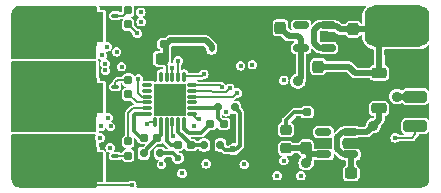
<source format=gbr>
%TF.GenerationSoftware,KiCad,Pcbnew,8.0.8*%
%TF.CreationDate,2025-04-24T20:57:55+02:00*%
%TF.ProjectId,ESC_PCB,4553435f-5043-4422-9e6b-696361645f70,rev?*%
%TF.SameCoordinates,Original*%
%TF.FileFunction,Copper,L1,Top*%
%TF.FilePolarity,Positive*%
%FSLAX46Y46*%
G04 Gerber Fmt 4.6, Leading zero omitted, Abs format (unit mm)*
G04 Created by KiCad (PCBNEW 8.0.8) date 2025-04-24 20:57:55*
%MOMM*%
%LPD*%
G01*
G04 APERTURE LIST*
G04 Aperture macros list*
%AMRoundRect*
0 Rectangle with rounded corners*
0 $1 Rounding radius*
0 $2 $3 $4 $5 $6 $7 $8 $9 X,Y pos of 4 corners*
0 Add a 4 corners polygon primitive as box body*
4,1,4,$2,$3,$4,$5,$6,$7,$8,$9,$2,$3,0*
0 Add four circle primitives for the rounded corners*
1,1,$1+$1,$2,$3*
1,1,$1+$1,$4,$5*
1,1,$1+$1,$6,$7*
1,1,$1+$1,$8,$9*
0 Add four rect primitives between the rounded corners*
20,1,$1+$1,$2,$3,$4,$5,0*
20,1,$1+$1,$4,$5,$6,$7,0*
20,1,$1+$1,$6,$7,$8,$9,0*
20,1,$1+$1,$8,$9,$2,$3,0*%
%AMOutline4P*
0 Free polygon, 4 corners , with rotation*
0 The origin of the aperture is its center*
0 number of corners: always 4*
0 $1 to $8 corner X, Y*
0 $9 Rotation angle, in degrees counterclockwise*
0 create outline with 4 corners*
4,1,4,$1,$2,$3,$4,$5,$6,$7,$8,$1,$2,$9*%
%AMFreePoly0*
4,1,9,3.862500,-0.866500,0.737500,-0.866500,0.737500,-0.450000,-0.737500,-0.450000,-0.737500,0.450000,0.737500,0.450000,0.737500,0.866500,3.862500,0.866500,3.862500,-0.866500,3.862500,-0.866500,$1*%
G04 Aperture macros list end*
%TA.AperFunction,SMDPad,CuDef*%
%ADD10RoundRect,0.750000X1.750000X-0.750000X1.750000X0.750000X-1.750000X0.750000X-1.750000X-0.750000X0*%
%TD*%
%TA.AperFunction,SMDPad,CuDef*%
%ADD11RoundRect,0.160000X-0.197500X-0.160000X0.197500X-0.160000X0.197500X0.160000X-0.197500X0.160000X0*%
%TD*%
%TA.AperFunction,SMDPad,CuDef*%
%ADD12RoundRect,0.150000X0.150000X0.200000X-0.150000X0.200000X-0.150000X-0.200000X0.150000X-0.200000X0*%
%TD*%
%TA.AperFunction,SMDPad,CuDef*%
%ADD13RoundRect,0.875000X1.875000X-0.875000X1.875000X0.875000X-1.875000X0.875000X-1.875000X-0.875000X0*%
%TD*%
%TA.AperFunction,SMDPad,CuDef*%
%ADD14RoundRect,0.080000X-0.420000X-0.080000X0.420000X-0.080000X0.420000X0.080000X-0.420000X0.080000X0*%
%TD*%
%TA.AperFunction,SMDPad,CuDef*%
%ADD15Outline4P,-1.245000X-1.050000X1.245000X-1.050000X1.245000X1.050000X-1.245000X1.050000X90.000000*%
%TD*%
%TA.AperFunction,SMDPad,CuDef*%
%ADD16RoundRect,0.080000X0.080000X-0.220000X0.080000X0.220000X-0.080000X0.220000X-0.080000X-0.220000X0*%
%TD*%
%TA.AperFunction,SMDPad,CuDef*%
%ADD17RoundRect,0.080000X-0.220000X-0.080000X0.220000X-0.080000X0.220000X0.080000X-0.220000X0.080000X0*%
%TD*%
%TA.AperFunction,SMDPad,CuDef*%
%ADD18RoundRect,0.155000X0.212500X0.155000X-0.212500X0.155000X-0.212500X-0.155000X0.212500X-0.155000X0*%
%TD*%
%TA.AperFunction,SMDPad,CuDef*%
%ADD19RoundRect,0.150000X0.512500X0.150000X-0.512500X0.150000X-0.512500X-0.150000X0.512500X-0.150000X0*%
%TD*%
%TA.AperFunction,SMDPad,CuDef*%
%ADD20RoundRect,0.237500X-0.237500X0.300000X-0.237500X-0.300000X0.237500X-0.300000X0.237500X0.300000X0*%
%TD*%
%TA.AperFunction,SMDPad,CuDef*%
%ADD21RoundRect,0.250000X0.750000X-0.250000X0.750000X0.250000X-0.750000X0.250000X-0.750000X-0.250000X0*%
%TD*%
%TA.AperFunction,SMDPad,CuDef*%
%ADD22RoundRect,0.225000X0.425000X0.225000X-0.425000X0.225000X-0.425000X-0.225000X0.425000X-0.225000X0*%
%TD*%
%TA.AperFunction,SMDPad,CuDef*%
%ADD23FreePoly0,180.000000*%
%TD*%
%TA.AperFunction,SMDPad,CuDef*%
%ADD24RoundRect,0.237500X0.300000X0.237500X-0.300000X0.237500X-0.300000X-0.237500X0.300000X-0.237500X0*%
%TD*%
%TA.AperFunction,SMDPad,CuDef*%
%ADD25RoundRect,0.218750X-0.256250X0.218750X-0.256250X-0.218750X0.256250X-0.218750X0.256250X0.218750X0*%
%TD*%
%TA.AperFunction,SMDPad,CuDef*%
%ADD26RoundRect,0.237500X0.237500X-0.300000X0.237500X0.300000X-0.237500X0.300000X-0.237500X-0.300000X0*%
%TD*%
%TA.AperFunction,SMDPad,CuDef*%
%ADD27RoundRect,0.160000X-0.160000X0.197500X-0.160000X-0.197500X0.160000X-0.197500X0.160000X0.197500X0*%
%TD*%
%TA.AperFunction,SMDPad,CuDef*%
%ADD28RoundRect,0.160000X0.160000X-0.197500X0.160000X0.197500X-0.160000X0.197500X-0.160000X-0.197500X0*%
%TD*%
%TA.AperFunction,SMDPad,CuDef*%
%ADD29RoundRect,0.067500X-0.067500X0.347500X-0.067500X-0.347500X0.067500X-0.347500X0.067500X0.347500X0*%
%TD*%
%TA.AperFunction,SMDPad,CuDef*%
%ADD30RoundRect,0.067500X-0.347500X0.067500X-0.347500X-0.067500X0.347500X-0.067500X0.347500X0.067500X0*%
%TD*%
%TA.AperFunction,SMDPad,CuDef*%
%ADD31R,2.700000X2.700000*%
%TD*%
%TA.AperFunction,SMDPad,CuDef*%
%ADD32RoundRect,0.750000X-1.750000X0.750000X-1.750000X-0.750000X1.750000X-0.750000X1.750000X0.750000X0*%
%TD*%
%TA.AperFunction,ViaPad*%
%ADD33C,0.900000*%
%TD*%
%TA.AperFunction,ViaPad*%
%ADD34C,0.600000*%
%TD*%
%TA.AperFunction,ViaPad*%
%ADD35C,0.400000*%
%TD*%
%TA.AperFunction,Conductor*%
%ADD36C,0.500000*%
%TD*%
%TA.AperFunction,Conductor*%
%ADD37C,0.300000*%
%TD*%
%TA.AperFunction,Conductor*%
%ADD38C,0.200000*%
%TD*%
%TA.AperFunction,Conductor*%
%ADD39C,0.150000*%
%TD*%
G04 APERTURE END LIST*
D10*
%TO.P,TP9,1,1*%
%TO.N,PHASE_C*%
X74050000Y-45950000D03*
%TD*%
D11*
%TO.P,R11,1*%
%TO.N,Net-(D4-K)*%
X96352500Y-53320000D03*
%TO.P,R11,2*%
%TO.N,GND*%
X97547500Y-53320000D03*
%TD*%
D12*
%TO.P,D2,1,K*%
%TO.N,Net-(D2-K)*%
X87600000Y-56100000D03*
%TO.P,D2,2,A*%
%TO.N,+6V*%
X89000000Y-56100000D03*
%TD*%
D13*
%TO.P,J2,1,Pin_1*%
%TO.N,VDC*%
X103950000Y-46050000D03*
%TD*%
D14*
%TO.P,Q5,1,D*%
%TO.N,PHASE_B*%
X77250000Y-51150000D03*
X77250000Y-51800000D03*
X77250000Y-52450000D03*
X77250000Y-53100000D03*
D15*
X78050000Y-52100000D03*
D16*
X78400000Y-50650000D03*
X78400000Y-53500000D03*
D17*
%TO.P,Q5,2,G*%
%TO.N,Net-(Q5-G)*%
X80100000Y-51150000D03*
%TO.P,Q5,3,S*%
%TO.N,GND*%
X80100000Y-51800000D03*
X80100000Y-52450000D03*
X80100000Y-53100000D03*
%TD*%
D18*
%TO.P,C11,1*%
%TO.N,Net-(D3-K)*%
X83667500Y-55500000D03*
%TO.P,C11,2*%
%TO.N,Net-(U6-VS3)*%
X82532500Y-55500000D03*
%TD*%
%TO.P,C9,1*%
%TO.N,Net-(D1-K)*%
X89267500Y-54300000D03*
%TO.P,C9,2*%
%TO.N,Net-(U6-VS1)*%
X88132500Y-54300000D03*
%TD*%
D19*
%TO.P,U2,1,V_{IN}*%
%TO.N,VDC*%
X98102499Y-47880000D03*
%TO.P,U2,2,V_{SS}*%
%TO.N,GND*%
X98102499Y-46930000D03*
%TO.P,U2,3,CE*%
%TO.N,VDC*%
X98102499Y-45980000D03*
%TO.P,U2,4,NC*%
%TO.N,unconnected-(U2-NC-Pad4)*%
X95827499Y-45980000D03*
%TO.P,U2,5,V_{OUT}*%
%TO.N,+5V*%
X95827499Y-47880000D03*
%TD*%
D20*
%TO.P,C3,1*%
%TO.N,+5V*%
X94084999Y-46170000D03*
%TO.P,C3,2*%
%TO.N,GND*%
X94084999Y-47895000D03*
%TD*%
D13*
%TO.P,J3,1,Pin_1*%
%TO.N,GND*%
X103950000Y-57900000D03*
%TD*%
D21*
%TO.P,TP5,1,1*%
%TO.N,INPUT*%
X105500000Y-54500000D03*
%TD*%
D22*
%TO.P,U4,1,OUT*%
%TO.N,+6V*%
X102450000Y-53000000D03*
D23*
%TO.P,U4,2,GND*%
%TO.N,GND*%
X102362500Y-51500000D03*
D22*
%TO.P,U4,3,IN*%
%TO.N,VDC*%
X102450000Y-50000000D03*
%TD*%
D12*
%TO.P,D1,1,K*%
%TO.N,Net-(D1-K)*%
X88800000Y-52900000D03*
%TO.P,D1,2,A*%
%TO.N,+6V*%
X90200000Y-52900000D03*
%TD*%
D24*
%TO.P,C8,1*%
%TO.N,+6V*%
X84015000Y-48810000D03*
%TO.P,C8,2*%
%TO.N,GND*%
X82290000Y-48810000D03*
%TD*%
D25*
%TO.P,D4,1,K*%
%TO.N,Net-(D4-K)*%
X94560000Y-54805000D03*
%TO.P,D4,2,A*%
%TO.N,+3.3V*%
X94560000Y-56380000D03*
%TD*%
D26*
%TO.P,C4,1*%
%TO.N,+3.3V*%
X96250000Y-56362500D03*
%TO.P,C4,2*%
%TO.N,GND*%
X96250000Y-54637500D03*
%TD*%
D10*
%TO.P,TP11,1,1*%
%TO.N,PHASE_A*%
X73950000Y-57950000D03*
%TD*%
D14*
%TO.P,Q4,1,D*%
%TO.N,PHASE_A*%
X77250000Y-57050000D03*
X77250000Y-57700000D03*
X77250000Y-58350000D03*
X77250000Y-59000000D03*
D15*
X78050000Y-58000000D03*
D16*
X78400000Y-56550000D03*
X78400000Y-59400000D03*
D17*
%TO.P,Q4,2,G*%
%TO.N,Net-(Q4-G)*%
X80100000Y-57050000D03*
%TO.P,Q4,3,S*%
%TO.N,GND*%
X80100000Y-57700000D03*
X80100000Y-58350000D03*
X80100000Y-59000000D03*
%TD*%
D18*
%TO.P,C12,1*%
%TO.N,+6V*%
X84217500Y-47540000D03*
%TO.P,C12,2*%
%TO.N,GND*%
X83082500Y-47540000D03*
%TD*%
D20*
%TO.P,C2,1*%
%TO.N,VDC*%
X100230000Y-46300000D03*
%TO.P,C2,2*%
%TO.N,GND*%
X100230000Y-48025000D03*
%TD*%
D18*
%TO.P,C10,1*%
%TO.N,Net-(D2-K)*%
X86500000Y-56100000D03*
%TO.P,C10,2*%
%TO.N,Net-(U6-VS2)*%
X85365000Y-56100000D03*
%TD*%
D24*
%TO.P,C23,1*%
%TO.N,+6V*%
X100075000Y-58480000D03*
%TO.P,C23,2*%
%TO.N,GND*%
X98350000Y-58480000D03*
%TD*%
D27*
%TO.P,R17,1*%
%TO.N,GLA*%
X81200000Y-55802500D03*
%TO.P,R17,2*%
%TO.N,Net-(Q4-G)*%
X81200000Y-56997500D03*
%TD*%
D28*
%TO.P,R15,1*%
%TO.N,GLC*%
X81200000Y-45897500D03*
%TO.P,R15,2*%
%TO.N,Net-(Q6-G)*%
X81200000Y-44702500D03*
%TD*%
D14*
%TO.P,Q6,1,D*%
%TO.N,PHASE_C*%
X77250000Y-45150000D03*
X77250000Y-45800000D03*
X77250000Y-46450000D03*
X77250000Y-47100000D03*
D15*
X78050000Y-46100000D03*
D16*
X78400000Y-44650000D03*
X78400000Y-47500000D03*
D17*
%TO.P,Q6,2,G*%
%TO.N,Net-(Q6-G)*%
X80100000Y-45150000D03*
%TO.P,Q6,3,S*%
%TO.N,GND*%
X80100000Y-45800000D03*
X80100000Y-46450000D03*
X80100000Y-47100000D03*
%TD*%
D19*
%TO.P,U3,1,V_{IN}*%
%TO.N,+6V*%
X100000000Y-56900000D03*
%TO.P,U3,2,V_{SS}*%
%TO.N,GND*%
X100000000Y-55950000D03*
%TO.P,U3,3,CE*%
%TO.N,+6V*%
X100000000Y-55000000D03*
%TO.P,U3,4,NC*%
%TO.N,unconnected-(U3-NC-Pad4)*%
X97725000Y-55000000D03*
%TO.P,U3,5,V_{OUT}*%
%TO.N,+3.3V*%
X97725000Y-56900000D03*
%TD*%
D29*
%TO.P,U6,1,LIN1*%
%TO.N,LA*%
X85940000Y-50310000D03*
%TO.P,U6,2,LIN2*%
%TO.N,LB*%
X85440000Y-50310000D03*
%TO.P,U6,3,LIN3*%
%TO.N,LC*%
X84940000Y-50310000D03*
%TO.P,U6,4,VCC*%
%TO.N,+6V*%
X84440000Y-50310000D03*
%TO.P,U6,5,NC*%
%TO.N,unconnected-(U6-NC-Pad5)*%
X83940000Y-50310000D03*
%TO.P,U6,6,COM*%
%TO.N,GND*%
X83440000Y-50310000D03*
D30*
%TO.P,U6,7,NC*%
%TO.N,unconnected-(U6-NC-Pad7)*%
X82750000Y-51000000D03*
%TO.P,U6,8,NC*%
%TO.N,unconnected-(U6-NC-Pad8)*%
X82750000Y-51500000D03*
%TO.P,U6,9,LO3*%
%TO.N,GLC*%
X82750000Y-52000000D03*
%TO.P,U6,10,LO2*%
%TO.N,GLB*%
X82750000Y-52500000D03*
%TO.P,U6,11,LO1*%
%TO.N,GLA*%
X82750000Y-53000000D03*
%TO.P,U6,12,VS3*%
%TO.N,Net-(U6-VS3)*%
X82750000Y-53500000D03*
D29*
%TO.P,U6,13,HO3*%
%TO.N,GHC*%
X83440000Y-54190000D03*
%TO.P,U6,14,VB3*%
%TO.N,Net-(D3-K)*%
X83940000Y-54190000D03*
%TO.P,U6,15,VS2*%
%TO.N,Net-(U6-VS2)*%
X84440000Y-54190000D03*
%TO.P,U6,16,HO2*%
%TO.N,GHB*%
X84940000Y-54190000D03*
%TO.P,U6,17,VB2*%
%TO.N,Net-(D2-K)*%
X85440000Y-54190000D03*
%TO.P,U6,18,VS1*%
%TO.N,Net-(U6-VS1)*%
X85940000Y-54190000D03*
D30*
%TO.P,U6,19,HO1*%
%TO.N,GHA*%
X86630000Y-53500000D03*
%TO.P,U6,20,VB1*%
%TO.N,Net-(D1-K)*%
X86630000Y-53000000D03*
%TO.P,U6,21*%
%TO.N,N/C*%
X86630000Y-52500000D03*
%TO.P,U6,22,HIN1*%
%TO.N,HA*%
X86630000Y-52000000D03*
%TO.P,U6,23,HIN2*%
%TO.N,HB*%
X86630000Y-51500000D03*
%TO.P,U6,24,HIN3*%
%TO.N,HC*%
X86630000Y-51000000D03*
D31*
%TO.P,U6,25*%
%TO.N,N/C*%
X84690000Y-52250000D03*
%TD*%
D21*
%TO.P,TP7,1,1*%
%TO.N,GND*%
X105500000Y-49500000D03*
%TD*%
D32*
%TO.P,TP10,1,1*%
%TO.N,PHASE_B*%
X73950000Y-52050000D03*
%TD*%
D28*
%TO.P,R13,1*%
%TO.N,GLB*%
X81200000Y-51797500D03*
%TO.P,R13,2*%
%TO.N,Net-(Q5-G)*%
X81200000Y-50602500D03*
%TD*%
D12*
%TO.P,D3,1,K*%
%TO.N,Net-(D3-K)*%
X82500000Y-56800000D03*
%TO.P,D3,2,A*%
%TO.N,+6V*%
X83900000Y-56800000D03*
%TD*%
D21*
%TO.P,TP6,1,1*%
%TO.N,+5V*%
X105500000Y-52000000D03*
%TD*%
D20*
%TO.P,C1,1*%
%TO.N,VDC*%
X97280000Y-49460000D03*
%TO.P,C1,2*%
%TO.N,GND*%
X97280000Y-51185000D03*
%TD*%
D33*
%TO.N,GND*%
X91750000Y-48000000D03*
D34*
X105000000Y-57000000D03*
X103000000Y-58000000D03*
X104000000Y-59000000D03*
X102000000Y-59000000D03*
X102000000Y-58000000D03*
X103000000Y-59000000D03*
X86900000Y-48300000D03*
D35*
X93300000Y-54750000D03*
D34*
X102000000Y-57000000D03*
D35*
X91800000Y-58700000D03*
D33*
X93000000Y-48500000D03*
D34*
X106000000Y-59000000D03*
D33*
X99530000Y-53330000D03*
D34*
X90000000Y-55300000D03*
X105000000Y-59000000D03*
X104000000Y-58000000D03*
X106000000Y-58000000D03*
X104000000Y-57000000D03*
D33*
X90750000Y-48000000D03*
D34*
X106000000Y-57000000D03*
X89200000Y-58767500D03*
X105000000Y-58000000D03*
X103000000Y-57000000D03*
X82635000Y-49750000D03*
D33*
X89750000Y-48000000D03*
D34*
%TO.N,VDC*%
X106000000Y-46000000D03*
X105000000Y-47000000D03*
X104000000Y-46000000D03*
X102000000Y-46000000D03*
D35*
X79700000Y-54530000D03*
D34*
X103000000Y-47000000D03*
X106000000Y-47000000D03*
X105000000Y-45000000D03*
X103000000Y-46000000D03*
D35*
X79670000Y-56340000D03*
D34*
X106000000Y-45000000D03*
X104000000Y-47000000D03*
X102000000Y-47000000D03*
X103000000Y-45000000D03*
D35*
X82260000Y-44860000D03*
X82290000Y-45660000D03*
D34*
X102000000Y-45000000D03*
D35*
X79260000Y-49790000D03*
D34*
X105000000Y-46000000D03*
D35*
X79500000Y-53780000D03*
X79230000Y-49220000D03*
X80630000Y-49470000D03*
X80200000Y-48210000D03*
X79400000Y-47790000D03*
D34*
X104000000Y-45000000D03*
D33*
%TO.N,+5V*%
X95550000Y-50690000D03*
X103950000Y-52000000D03*
D35*
%TO.N,+3.3V*%
X85750000Y-58500000D03*
D33*
X96250000Y-57600000D03*
D35*
X91000000Y-57750000D03*
D34*
%TO.N,+6V*%
X90100000Y-56450000D03*
D35*
X88250000Y-48000000D03*
D34*
X85400000Y-57200000D03*
D33*
X101950000Y-54450000D03*
D35*
%TO.N,GHA*%
X87200000Y-53900000D03*
X78800000Y-55500000D03*
D34*
%TO.N,PHASE_A*%
X75000000Y-59000000D03*
X75000000Y-57000000D03*
X72000000Y-58000000D03*
X74000000Y-57000000D03*
X73000000Y-58000000D03*
D35*
X87800000Y-57700000D03*
D34*
X73000000Y-57000000D03*
X76000000Y-59000000D03*
X76000000Y-57000000D03*
X74000000Y-59000000D03*
X73000000Y-59000000D03*
X72000000Y-59000000D03*
X76000000Y-58000000D03*
X72000000Y-57000000D03*
X74000000Y-58000000D03*
X75000000Y-58000000D03*
D35*
X81500000Y-59500000D03*
%TO.N,GHC*%
X79000000Y-48500000D03*
X82800000Y-54300000D03*
D34*
%TO.N,PHASE_C*%
X73000000Y-46000000D03*
X75000000Y-46000000D03*
X74000000Y-47000000D03*
X74000000Y-45000000D03*
X75000000Y-47000000D03*
X74000000Y-46000000D03*
X72000000Y-46000000D03*
D35*
X76345000Y-48399050D03*
D34*
X76000000Y-47000000D03*
X73000000Y-45000000D03*
D35*
X94375000Y-50625000D03*
D34*
X75000000Y-45000000D03*
X76000000Y-45000000D03*
X73000000Y-47000000D03*
X72000000Y-47000000D03*
X72000000Y-45000000D03*
X76000000Y-46000000D03*
%TO.N,PHASE_B*%
X76000000Y-52000000D03*
X76000000Y-51000000D03*
X73000000Y-52000000D03*
X75000000Y-52000000D03*
X74000000Y-53000000D03*
X73000000Y-51000000D03*
X72000000Y-53000000D03*
X74000000Y-52000000D03*
X74000000Y-51000000D03*
D35*
X84000000Y-57750000D03*
D34*
X75000000Y-51000000D03*
X73000000Y-53000000D03*
X72000000Y-51000000D03*
X75000000Y-53000000D03*
X76000000Y-53000000D03*
X72000000Y-52000000D03*
D35*
X77750000Y-49500000D03*
%TO.N,GHB*%
X85000000Y-55325000D03*
X78900000Y-54500000D03*
%TO.N,GLC*%
X81951250Y-46648750D03*
X82060000Y-50500000D03*
%TO.N,BEMF_REF*%
X86800000Y-54500000D03*
X89485485Y-53285485D03*
%TO.N,SWDIO*%
X95800000Y-58700000D03*
X90700000Y-49400000D03*
%TO.N,SWCLK*%
X91700000Y-49300000D03*
X93800000Y-58700000D03*
%TO.N,INPUT*%
X103800000Y-55500000D03*
X94360000Y-57420000D03*
%TO.N,LA*%
X87600000Y-50100000D03*
%TO.N,LB*%
X85415000Y-48985000D03*
%TO.N,LC*%
X84940000Y-49540000D03*
%TO.N,HC*%
X89100000Y-51175000D03*
%TO.N,HB*%
X89800000Y-51300000D03*
%TO.N,HA*%
X90400000Y-51700000D03*
%TD*%
D36*
%TO.N,VDC*%
X100230000Y-46300000D02*
X101700000Y-46300000D01*
X99137500Y-46300000D02*
X100230000Y-46300000D01*
X102450000Y-50000000D02*
X102450000Y-48517500D01*
X97320000Y-45980000D02*
X96940000Y-46360000D01*
X101700000Y-46300000D02*
X102000000Y-46000000D01*
X96940000Y-46360000D02*
X96940000Y-47470000D01*
X100420000Y-50000000D02*
X102450000Y-50000000D01*
X98887500Y-46050000D02*
X99137500Y-46300000D01*
X98887500Y-46050000D02*
X98250000Y-46050000D01*
X97464999Y-45980000D02*
X97320000Y-45980000D01*
X104000000Y-46000000D02*
X102432500Y-47567500D01*
X96940000Y-47470000D02*
X97350000Y-47880000D01*
X97350000Y-47880000D02*
X98102499Y-47880000D01*
X97280000Y-49460000D02*
X99880000Y-49460000D01*
X102432500Y-47567500D02*
X102432500Y-48500000D01*
X102450000Y-48517500D02*
X102432500Y-48500000D01*
X99880000Y-49460000D02*
X100420000Y-50000000D01*
%TO.N,+5V*%
X94764999Y-46850000D02*
X95550000Y-46850000D01*
X95827499Y-47127499D02*
X95827499Y-47880000D01*
X95550000Y-46850000D02*
X95827499Y-47127499D01*
X95827499Y-47880000D02*
X95827499Y-50412501D01*
X94084999Y-46170000D02*
X94764999Y-46850000D01*
X95827499Y-50412501D02*
X95550000Y-50690000D01*
X103950000Y-52000000D02*
X105500000Y-52000000D01*
%TO.N,+3.3V*%
X96500000Y-56900000D02*
X96500000Y-57350000D01*
X96500000Y-57350000D02*
X96250000Y-57600000D01*
X95025000Y-56362500D02*
X95000000Y-56387500D01*
X97725000Y-56900000D02*
X96500000Y-56900000D01*
X96250000Y-56362500D02*
X95025000Y-56362500D01*
X96500000Y-56900000D02*
X96250000Y-56650000D01*
X96250000Y-56650000D02*
X96250000Y-56362500D01*
%TO.N,+6V*%
X100067500Y-56967500D02*
X100000000Y-56900000D01*
D37*
X85000000Y-56800000D02*
X85400000Y-57200000D01*
X90050000Y-56500000D02*
X89400000Y-56500000D01*
D36*
X101950000Y-54450000D02*
X101400000Y-55000000D01*
D37*
X90650000Y-56150000D02*
X90650000Y-53350000D01*
D36*
X100067500Y-58500000D02*
X100067500Y-56967500D01*
D37*
X90100000Y-56450000D02*
X90350000Y-56450000D01*
D36*
X88250000Y-48000000D02*
X88250000Y-47750000D01*
D38*
X84367500Y-49367500D02*
X84367500Y-48400000D01*
D36*
X84750000Y-47250000D02*
X84367500Y-47632500D01*
X102450000Y-53950000D02*
X101950000Y-54450000D01*
D38*
X84440000Y-49440000D02*
X84367500Y-49367500D01*
D36*
X99337501Y-56900000D02*
X98887500Y-56449999D01*
D37*
X90350000Y-56450000D02*
X90650000Y-56150000D01*
X83900000Y-56800000D02*
X85000000Y-56800000D01*
D36*
X101400000Y-55000000D02*
X100000000Y-55000000D01*
D37*
X90100000Y-56450000D02*
X90050000Y-56500000D01*
D36*
X100000000Y-56900000D02*
X99337501Y-56900000D01*
X98887500Y-56449999D02*
X98887500Y-55450001D01*
X84367500Y-47632500D02*
X84367500Y-48000000D01*
X88250000Y-47750000D02*
X87750000Y-47250000D01*
X87750000Y-47250000D02*
X84750000Y-47250000D01*
X98887500Y-55450001D02*
X99337501Y-55000000D01*
D37*
X90650000Y-53350000D02*
X90200000Y-52900000D01*
D36*
X84367500Y-48000000D02*
X84367500Y-49000000D01*
D38*
X84440000Y-50310000D02*
X84440000Y-49440000D01*
D37*
X89400000Y-56500000D02*
X89000000Y-56100000D01*
D36*
X99337501Y-55000000D02*
X100000000Y-55000000D01*
X102450000Y-53000000D02*
X102450000Y-53950000D01*
D37*
%TO.N,Net-(D1-K)*%
X86630000Y-53000000D02*
X88700000Y-53000000D01*
X88800000Y-52900000D02*
X88800000Y-53832500D01*
X88800000Y-53832500D02*
X89267500Y-54300000D01*
X88700000Y-53000000D02*
X88800000Y-52900000D01*
%TO.N,Net-(U6-VS1)*%
X87332500Y-55100000D02*
X86300000Y-55100000D01*
X85940000Y-54740000D02*
X85940000Y-54190000D01*
X88132500Y-54300000D02*
X87332500Y-55100000D01*
X86300000Y-55100000D02*
X85940000Y-54740000D01*
%TO.N,Net-(D2-K)*%
X86500000Y-56047182D02*
X85440000Y-54987182D01*
X87600000Y-56100000D02*
X86500000Y-56100000D01*
X86500000Y-56100000D02*
X86500000Y-56047182D01*
X85440000Y-54987182D02*
X85440000Y-54190000D01*
%TO.N,Net-(U6-VS2)*%
X85365000Y-56100000D02*
X84800000Y-56100000D01*
X84440000Y-55740000D02*
X84440000Y-54190000D01*
X84800000Y-56100000D02*
X84440000Y-55740000D01*
%TO.N,Net-(D3-K)*%
X83667500Y-55500000D02*
X83940000Y-55227500D01*
X82500000Y-56667500D02*
X82500000Y-56800000D01*
X83940000Y-55227500D02*
X83940000Y-54190000D01*
X83667500Y-55500000D02*
X82500000Y-56667500D01*
%TO.N,Net-(U6-VS3)*%
X82532500Y-55500000D02*
X82300000Y-55500000D01*
X81800000Y-53500000D02*
X82750000Y-53500000D01*
X81700000Y-53600000D02*
X81800000Y-53500000D01*
X81700000Y-54900000D02*
X81700000Y-53600000D01*
X82300000Y-55500000D02*
X81700000Y-54900000D01*
%TO.N,Net-(D4-K)*%
X94560000Y-54010000D02*
X95240000Y-53330000D01*
X94560000Y-54805000D02*
X94560000Y-54010000D01*
X95240000Y-53330000D02*
X96342500Y-53330000D01*
X96342500Y-53330000D02*
X96352500Y-53320000D01*
D39*
%TO.N,GHA*%
X87200000Y-53900000D02*
X87030000Y-53900000D01*
X87030000Y-53900000D02*
X86630000Y-53500000D01*
%TO.N,PHASE_A*%
X78400000Y-59400000D02*
X78500000Y-59500000D01*
X78500000Y-59500000D02*
X81500000Y-59500000D01*
%TO.N,GHC*%
X83440000Y-54190000D02*
X82910000Y-54190000D01*
X82910000Y-54190000D02*
X82800000Y-54300000D01*
%TO.N,PHASE_C*%
X78100950Y-48399050D02*
X78400000Y-48100000D01*
X78400000Y-48100000D02*
X78400000Y-47500000D01*
X76345000Y-48399050D02*
X78100950Y-48399050D01*
%TO.N,PHASE_B*%
X77750000Y-49500000D02*
X77800000Y-49500000D01*
X78400000Y-50100000D02*
X78400000Y-50650000D01*
X77800000Y-49500000D02*
X78400000Y-50100000D01*
%TO.N,GHB*%
X84940000Y-54190000D02*
X84940000Y-55265000D01*
X84940000Y-55265000D02*
X85000000Y-55325000D01*
%TO.N,GLA*%
X81200000Y-53400000D02*
X81600000Y-53000000D01*
X81600000Y-53000000D02*
X82750000Y-53000000D01*
X81200000Y-55802500D02*
X81200000Y-53400000D01*
%TO.N,GLB*%
X81902500Y-52500000D02*
X82750000Y-52500000D01*
X81200000Y-51797500D02*
X81902500Y-52500000D01*
%TO.N,GLC*%
X82060000Y-50500000D02*
X82060000Y-51725000D01*
X82335000Y-52000000D02*
X82750000Y-52000000D01*
X82060000Y-51725000D02*
X82335000Y-52000000D01*
X81200000Y-45897500D02*
X81951250Y-46648750D01*
%TO.N,INPUT*%
X105200000Y-55500000D02*
X105500000Y-55200000D01*
X105500000Y-55200000D02*
X105500000Y-54500000D01*
X103800000Y-55500000D02*
X105200000Y-55500000D01*
%TO.N,LA*%
X85940000Y-50310000D02*
X85950000Y-50300000D01*
X87400000Y-50300000D02*
X87600000Y-50100000D01*
X85950000Y-50300000D02*
X87400000Y-50300000D01*
%TO.N,LB*%
X85415000Y-48985000D02*
X85415000Y-50285000D01*
X85415000Y-50285000D02*
X85440000Y-50310000D01*
%TO.N,LC*%
X84940000Y-49540000D02*
X84940000Y-50310000D01*
%TO.N,HC*%
X88925000Y-51000000D02*
X86630000Y-51000000D01*
X89100000Y-51175000D02*
X88925000Y-51000000D01*
%TO.N,HB*%
X89450000Y-51650000D02*
X88350000Y-51650000D01*
X88350000Y-51650000D02*
X88200000Y-51500000D01*
X89800000Y-51300000D02*
X89450000Y-51650000D01*
X88200000Y-51500000D02*
X86630000Y-51500000D01*
%TO.N,HA*%
X90400000Y-51700000D02*
X90100000Y-52000000D01*
X90100000Y-52000000D02*
X86630000Y-52000000D01*
%TO.N,Net-(Q4-G)*%
X81147500Y-57050000D02*
X81200000Y-56997500D01*
X80100000Y-57050000D02*
X81147500Y-57050000D01*
%TO.N,Net-(Q5-G)*%
X80100000Y-50800000D02*
X80100000Y-51150000D01*
X80297500Y-50602500D02*
X80100000Y-50800000D01*
X81200000Y-50602500D02*
X80297500Y-50602500D01*
%TO.N,Net-(Q6-G)*%
X80100000Y-45150000D02*
X80752500Y-45150000D01*
X80752500Y-45150000D02*
X81200000Y-44702500D01*
%TD*%
%TA.AperFunction,Conductor*%
%TO.N,GND*%
G36*
X80694852Y-44314852D02*
G01*
X80709204Y-44349500D01*
X80704225Y-44371020D01*
X80689710Y-44400710D01*
X80689709Y-44400714D01*
X80679500Y-44470783D01*
X80679500Y-44813087D01*
X80665150Y-44847733D01*
X80652736Y-44860147D01*
X80618090Y-44874500D01*
X80541483Y-44874500D01*
X80506835Y-44860148D01*
X80481267Y-44834580D01*
X80481266Y-44834579D01*
X80385335Y-44792221D01*
X80385329Y-44792219D01*
X80361897Y-44789501D01*
X80361882Y-44789500D01*
X80361880Y-44789500D01*
X79838120Y-44789500D01*
X79838117Y-44789500D01*
X79838102Y-44789501D01*
X79814670Y-44792219D01*
X79814664Y-44792221D01*
X79718731Y-44834580D01*
X79644580Y-44908731D01*
X79602221Y-45004664D01*
X79602219Y-45004670D01*
X79599501Y-45028102D01*
X79599500Y-45028122D01*
X79599500Y-45271877D01*
X79599501Y-45271897D01*
X79602219Y-45295329D01*
X79602221Y-45295335D01*
X79644580Y-45391268D01*
X79718731Y-45465419D01*
X79814664Y-45507778D01*
X79814670Y-45507780D01*
X79838102Y-45510498D01*
X79838106Y-45510498D01*
X79838120Y-45510500D01*
X79838123Y-45510500D01*
X80361877Y-45510500D01*
X80361880Y-45510500D01*
X80363047Y-45510364D01*
X80385329Y-45507780D01*
X80385331Y-45507779D01*
X80385333Y-45507779D01*
X80481267Y-45465420D01*
X80506835Y-45439851D01*
X80541482Y-45425500D01*
X80694426Y-45425500D01*
X80729074Y-45439852D01*
X80743426Y-45474500D01*
X80738447Y-45496018D01*
X80719542Y-45534690D01*
X80689709Y-45595713D01*
X80689709Y-45595714D01*
X80679500Y-45665783D01*
X80679500Y-46129216D01*
X80689708Y-46199285D01*
X80689708Y-46199286D01*
X80742549Y-46307372D01*
X80742550Y-46307374D01*
X80742551Y-46307375D01*
X80827625Y-46392449D01*
X80935714Y-46445291D01*
X81005785Y-46455500D01*
X81348088Y-46455499D01*
X81382736Y-46469851D01*
X81531511Y-46618626D01*
X81545260Y-46645608D01*
X81553553Y-46697970D01*
X81565604Y-46774054D01*
X81565604Y-46774055D01*
X81565605Y-46774057D01*
X81565605Y-46774059D01*
X81623195Y-46887085D01*
X81623200Y-46887092D01*
X81712907Y-46976799D01*
X81712914Y-46976804D01*
X81825941Y-47034394D01*
X81825942Y-47034394D01*
X81825946Y-47034396D01*
X81951250Y-47054242D01*
X82076554Y-47034396D01*
X82076558Y-47034394D01*
X82076559Y-47034394D01*
X82189585Y-46976804D01*
X82189587Y-46976802D01*
X82189592Y-46976800D01*
X82279300Y-46887092D01*
X82292282Y-46861614D01*
X82336894Y-46774059D01*
X82336894Y-46774057D01*
X82336896Y-46774054D01*
X82356742Y-46648750D01*
X82336896Y-46523446D01*
X82336894Y-46523442D01*
X82336894Y-46523440D01*
X82279304Y-46410414D01*
X82279299Y-46410407D01*
X82189592Y-46320700D01*
X82189585Y-46320695D01*
X82076558Y-46263105D01*
X82076555Y-46263104D01*
X82076554Y-46263104D01*
X82011868Y-46252858D01*
X81948108Y-46242760D01*
X81921126Y-46229011D01*
X81734851Y-46042736D01*
X81720499Y-46008088D01*
X81720499Y-45665783D01*
X81710291Y-45595714D01*
X81710291Y-45595713D01*
X81657450Y-45487627D01*
X81657449Y-45487626D01*
X81657449Y-45487625D01*
X81572375Y-45402551D01*
X81464286Y-45349709D01*
X81455903Y-45348487D01*
X81423688Y-45329290D01*
X81414482Y-45292934D01*
X81433680Y-45260718D01*
X81455908Y-45251512D01*
X81464284Y-45250292D01*
X81464286Y-45250291D01*
X81518101Y-45223982D01*
X81572375Y-45197449D01*
X81657449Y-45112375D01*
X81710291Y-45004286D01*
X81720500Y-44934215D01*
X81720500Y-44860000D01*
X81854508Y-44860000D01*
X81874354Y-44985304D01*
X81874354Y-44985305D01*
X81874355Y-44985307D01*
X81874355Y-44985309D01*
X81931945Y-45098335D01*
X81931950Y-45098342D01*
X82021658Y-45188050D01*
X82092181Y-45223983D01*
X82116537Y-45252500D01*
X82113595Y-45289887D01*
X82092181Y-45311301D01*
X82051662Y-45331946D01*
X82051657Y-45331950D01*
X81961950Y-45421657D01*
X81961945Y-45421664D01*
X81904355Y-45534690D01*
X81904355Y-45534692D01*
X81904354Y-45534694D01*
X81904354Y-45534696D01*
X81884508Y-45660000D01*
X81904354Y-45785304D01*
X81904354Y-45785305D01*
X81904355Y-45785307D01*
X81904355Y-45785309D01*
X81961945Y-45898335D01*
X81961950Y-45898342D01*
X82051657Y-45988049D01*
X82051664Y-45988054D01*
X82164691Y-46045644D01*
X82164692Y-46045644D01*
X82164696Y-46045646D01*
X82290000Y-46065492D01*
X82415304Y-46045646D01*
X82415308Y-46045644D01*
X82415309Y-46045644D01*
X82528335Y-45988054D01*
X82528337Y-45988052D01*
X82528342Y-45988050D01*
X82618050Y-45898342D01*
X82618054Y-45898335D01*
X82675644Y-45785309D01*
X82675644Y-45785307D01*
X82675646Y-45785304D01*
X82695492Y-45660000D01*
X82675646Y-45534696D01*
X82675644Y-45534692D01*
X82675644Y-45534690D01*
X82618054Y-45421664D01*
X82618049Y-45421657D01*
X82528342Y-45331950D01*
X82528335Y-45331945D01*
X82457819Y-45296016D01*
X82433462Y-45267499D01*
X82436405Y-45230112D01*
X82457817Y-45208698D01*
X82498342Y-45188050D01*
X82588050Y-45098342D01*
X82590832Y-45092882D01*
X82645644Y-44985309D01*
X82645644Y-44985307D01*
X82645646Y-44985304D01*
X82665492Y-44860000D01*
X82645646Y-44734696D01*
X82645644Y-44734692D01*
X82645644Y-44734690D01*
X82588054Y-44621664D01*
X82588049Y-44621657D01*
X82498342Y-44531950D01*
X82498335Y-44531945D01*
X82385308Y-44474355D01*
X82385305Y-44474354D01*
X82385304Y-44474354D01*
X82260000Y-44454508D01*
X82134696Y-44474354D01*
X82134694Y-44474354D01*
X82134692Y-44474355D01*
X82134690Y-44474355D01*
X82021664Y-44531945D01*
X82021657Y-44531950D01*
X81931950Y-44621657D01*
X81931945Y-44621664D01*
X81874355Y-44734690D01*
X81874355Y-44734692D01*
X81874354Y-44734694D01*
X81874354Y-44734696D01*
X81854508Y-44860000D01*
X81720500Y-44860000D01*
X81720499Y-44470786D01*
X81710291Y-44400714D01*
X81702192Y-44384148D01*
X81695775Y-44371021D01*
X81693451Y-44333590D01*
X81718275Y-44305479D01*
X81739796Y-44300500D01*
X101310216Y-44300500D01*
X101344864Y-44314852D01*
X101359216Y-44349500D01*
X101344864Y-44384148D01*
X101241890Y-44487122D01*
X101241888Y-44487123D01*
X101126764Y-44657220D01*
X101045908Y-44846035D01*
X101002249Y-45046735D01*
X101002247Y-45046749D01*
X100999500Y-45092856D01*
X100999500Y-45800500D01*
X100985148Y-45835148D01*
X100950500Y-45849500D01*
X100913645Y-45849500D01*
X100878997Y-45835148D01*
X100867395Y-45816685D01*
X100859116Y-45793025D01*
X100859114Y-45793023D01*
X100859114Y-45793021D01*
X100780711Y-45686788D01*
X100674477Y-45608385D01*
X100674475Y-45608384D01*
X100637069Y-45595294D01*
X100549851Y-45564775D01*
X100549842Y-45564774D01*
X100520267Y-45562001D01*
X100520266Y-45562000D01*
X100520256Y-45562000D01*
X99939744Y-45562000D01*
X99939734Y-45562000D01*
X99939732Y-45562001D01*
X99910157Y-45564774D01*
X99910148Y-45564775D01*
X99785522Y-45608385D01*
X99679288Y-45686788D01*
X99600885Y-45793021D01*
X99592605Y-45816685D01*
X99567615Y-45844648D01*
X99546355Y-45849500D01*
X99344399Y-45849500D01*
X99309751Y-45835148D01*
X99164114Y-45689511D01*
X99061390Y-45630202D01*
X99061387Y-45630201D01*
X99030783Y-45622001D01*
X99002791Y-45614500D01*
X98946811Y-45599500D01*
X98946809Y-45599500D01*
X98900476Y-45599500D01*
X98865828Y-45585148D01*
X98821483Y-45540803D01*
X98821482Y-45540802D01*
X98753930Y-45507778D01*
X98716395Y-45489428D01*
X98716393Y-45489427D01*
X98648261Y-45479500D01*
X98648259Y-45479500D01*
X97556739Y-45479500D01*
X97556737Y-45479500D01*
X97488606Y-45489427D01*
X97488602Y-45489428D01*
X97416819Y-45524521D01*
X97395299Y-45529500D01*
X97260689Y-45529500D01*
X97218508Y-45540803D01*
X97186047Y-45549501D01*
X97146113Y-45560200D01*
X97146111Y-45560201D01*
X97043385Y-45619511D01*
X97043385Y-45619512D01*
X96774147Y-45888750D01*
X96739499Y-45903102D01*
X96704851Y-45888750D01*
X96690499Y-45854102D01*
X96690499Y-45796738D01*
X96687605Y-45776884D01*
X96680572Y-45728607D01*
X96629197Y-45623517D01*
X96546482Y-45540802D01*
X96478930Y-45507778D01*
X96441395Y-45489428D01*
X96441393Y-45489427D01*
X96373261Y-45479500D01*
X96373259Y-45479500D01*
X95281739Y-45479500D01*
X95281737Y-45479500D01*
X95213604Y-45489427D01*
X95213602Y-45489428D01*
X95108518Y-45540801D01*
X95108514Y-45540803D01*
X95025802Y-45623515D01*
X95025800Y-45623519D01*
X94974427Y-45728603D01*
X94974426Y-45728605D01*
X94964499Y-45796738D01*
X94964499Y-46163261D01*
X94973167Y-46222749D01*
X94974426Y-46231393D01*
X95018085Y-46320700D01*
X95022133Y-46328979D01*
X95024457Y-46366410D01*
X94999633Y-46394521D01*
X94978112Y-46399500D01*
X94971898Y-46399500D01*
X94937250Y-46385148D01*
X94774851Y-46222749D01*
X94760499Y-46188101D01*
X94760499Y-45817253D01*
X94760499Y-45817244D01*
X94757724Y-45787651D01*
X94756904Y-45785309D01*
X94737063Y-45728607D01*
X94714115Y-45663025D01*
X94714113Y-45663022D01*
X94714114Y-45663022D01*
X94635710Y-45556788D01*
X94529476Y-45478385D01*
X94529474Y-45478384D01*
X94492068Y-45465294D01*
X94404850Y-45434775D01*
X94404841Y-45434774D01*
X94375266Y-45432001D01*
X94375265Y-45432000D01*
X94375255Y-45432000D01*
X93794743Y-45432000D01*
X93794733Y-45432000D01*
X93794731Y-45432001D01*
X93765156Y-45434774D01*
X93765147Y-45434775D01*
X93640521Y-45478385D01*
X93534287Y-45556788D01*
X93455884Y-45663022D01*
X93412274Y-45787648D01*
X93412273Y-45787657D01*
X93409500Y-45817232D01*
X93409499Y-45817253D01*
X93409499Y-46522746D01*
X93409500Y-46522767D01*
X93412273Y-46552342D01*
X93412274Y-46552351D01*
X93441210Y-46635043D01*
X93455883Y-46676975D01*
X93455884Y-46676977D01*
X93455883Y-46676977D01*
X93534287Y-46783211D01*
X93640521Y-46861614D01*
X93640524Y-46861616D01*
X93765150Y-46905225D01*
X93794743Y-46908000D01*
X94165600Y-46908000D01*
X94200248Y-46922352D01*
X94488385Y-47210489D01*
X94591110Y-47269798D01*
X94591111Y-47269798D01*
X94591112Y-47269799D01*
X94599368Y-47272011D01*
X94641861Y-47283397D01*
X94705688Y-47300500D01*
X94705690Y-47300500D01*
X95183710Y-47300500D01*
X95218358Y-47314852D01*
X95232710Y-47349500D01*
X95218358Y-47384148D01*
X95205231Y-47393521D01*
X95108518Y-47440801D01*
X95108514Y-47440803D01*
X95025802Y-47523515D01*
X95025800Y-47523519D01*
X94974427Y-47628603D01*
X94974426Y-47628605D01*
X94964499Y-47696738D01*
X94964499Y-48063261D01*
X94974426Y-48131394D01*
X94974427Y-48131396D01*
X94998621Y-48180885D01*
X95025801Y-48236483D01*
X95108516Y-48319198D01*
X95213606Y-48370573D01*
X95261883Y-48377606D01*
X95281737Y-48380500D01*
X95281739Y-48380500D01*
X95327999Y-48380500D01*
X95362647Y-48394852D01*
X95376999Y-48429500D01*
X95376999Y-50024282D01*
X95362647Y-50058930D01*
X95339727Y-50071858D01*
X95317633Y-50077304D01*
X95177760Y-50150716D01*
X95059520Y-50255466D01*
X95059516Y-50255471D01*
X94969780Y-50385475D01*
X94913763Y-50533180D01*
X94894722Y-50690000D01*
X94913763Y-50846819D01*
X94969780Y-50994524D01*
X95007070Y-51048547D01*
X95059517Y-51124530D01*
X95059519Y-51124531D01*
X95059520Y-51124533D01*
X95116139Y-51174692D01*
X95177760Y-51229283D01*
X95317635Y-51302696D01*
X95471015Y-51340500D01*
X95471016Y-51340500D01*
X95628983Y-51340500D01*
X95628985Y-51340500D01*
X95782365Y-51302696D01*
X95922240Y-51229283D01*
X96040483Y-51124530D01*
X96130220Y-50994523D01*
X96186237Y-50846818D01*
X96205278Y-50690000D01*
X96204156Y-50680763D01*
X96210363Y-50650359D01*
X96247298Y-50586388D01*
X96261554Y-50533182D01*
X96274292Y-50485644D01*
X96277999Y-50471811D01*
X96277999Y-48429500D01*
X96292351Y-48394852D01*
X96326999Y-48380500D01*
X96373261Y-48380500D01*
X96390589Y-48377974D01*
X96441392Y-48370573D01*
X96546482Y-48319198D01*
X96629197Y-48236483D01*
X96680572Y-48131393D01*
X96690499Y-48063260D01*
X96690499Y-47975898D01*
X96704851Y-47941250D01*
X96739499Y-47926898D01*
X96774147Y-47941250D01*
X97073387Y-48240490D01*
X97073390Y-48240491D01*
X97073393Y-48240494D01*
X97176111Y-48299798D01*
X97176113Y-48299798D01*
X97176114Y-48299799D01*
X97204758Y-48307474D01*
X97290688Y-48330500D01*
X97290691Y-48330500D01*
X97395299Y-48330500D01*
X97416819Y-48335479D01*
X97467977Y-48360488D01*
X97488606Y-48370573D01*
X97541363Y-48378259D01*
X97556737Y-48380500D01*
X97556739Y-48380500D01*
X98648261Y-48380500D01*
X98665589Y-48377974D01*
X98716392Y-48370573D01*
X98821482Y-48319198D01*
X98904197Y-48236483D01*
X98955572Y-48131393D01*
X98965499Y-48063260D01*
X98965499Y-47696740D01*
X98955572Y-47628607D01*
X98904197Y-47523517D01*
X98821482Y-47440802D01*
X98746926Y-47404354D01*
X98716395Y-47389428D01*
X98716393Y-47389427D01*
X98648261Y-47379500D01*
X98648259Y-47379500D01*
X97556739Y-47379500D01*
X97556736Y-47379500D01*
X97519849Y-47384874D01*
X97483494Y-47375667D01*
X97478137Y-47371034D01*
X97404852Y-47297749D01*
X97390500Y-47263101D01*
X97390500Y-46566898D01*
X97404849Y-46532253D01*
X97451954Y-46485147D01*
X97486599Y-46470797D01*
X97493649Y-46471307D01*
X97550123Y-46479536D01*
X97556738Y-46480500D01*
X97556739Y-46480500D01*
X98109600Y-46480500D01*
X98122283Y-46482170D01*
X98190689Y-46500500D01*
X98190691Y-46500500D01*
X98680601Y-46500500D01*
X98715249Y-46514852D01*
X98860886Y-46660489D01*
X98898749Y-46682349D01*
X98963611Y-46719798D01*
X98963613Y-46719798D01*
X98963614Y-46719799D01*
X98992258Y-46727474D01*
X99078188Y-46750500D01*
X99078191Y-46750500D01*
X99546355Y-46750500D01*
X99581003Y-46764852D01*
X99592605Y-46783315D01*
X99600885Y-46806978D01*
X99679288Y-46913211D01*
X99765451Y-46976801D01*
X99785525Y-46991616D01*
X99910151Y-47035225D01*
X99939744Y-47038000D01*
X99939754Y-47038000D01*
X100520246Y-47038000D01*
X100520256Y-47038000D01*
X100549849Y-47035225D01*
X100674475Y-46991616D01*
X100780711Y-46913211D01*
X100786606Y-46905224D01*
X100859114Y-46806978D01*
X100859114Y-46806977D01*
X100859116Y-46806975D01*
X100867395Y-46783314D01*
X100892385Y-46755352D01*
X100913645Y-46750500D01*
X100950500Y-46750500D01*
X100985148Y-46764852D01*
X100999500Y-46799500D01*
X100999500Y-47007143D01*
X101002247Y-47053250D01*
X101002249Y-47053264D01*
X101045908Y-47253964D01*
X101126764Y-47442779D01*
X101241888Y-47612876D01*
X101387123Y-47758111D01*
X101507227Y-47839399D01*
X101557223Y-47873237D01*
X101746035Y-47954091D01*
X101943417Y-47997028D01*
X101974221Y-48018416D01*
X101982000Y-48044908D01*
X101982000Y-48559309D01*
X101997054Y-48615492D01*
X101997830Y-48618385D01*
X101999500Y-48631068D01*
X101999500Y-49306384D01*
X101985148Y-49341032D01*
X101958166Y-49354781D01*
X101921586Y-49360575D01*
X101891874Y-49365281D01*
X101891872Y-49365281D01*
X101891870Y-49365282D01*
X101771786Y-49426467D01*
X101771779Y-49426472D01*
X101676472Y-49521779D01*
X101676468Y-49521784D01*
X101675979Y-49522746D01*
X101675428Y-49523215D01*
X101674202Y-49524904D01*
X101673796Y-49524609D01*
X101647461Y-49547102D01*
X101632320Y-49549500D01*
X100626899Y-49549500D01*
X100592251Y-49535148D01*
X100156614Y-49099511D01*
X100053888Y-49040201D01*
X100053886Y-49040200D01*
X100029673Y-49033713D01*
X99999551Y-49025642D01*
X99939311Y-49009500D01*
X99939309Y-49009500D01*
X97963645Y-49009500D01*
X97928997Y-48995148D01*
X97917395Y-48976685D01*
X97915738Y-48971950D01*
X97909116Y-48953025D01*
X97909114Y-48953022D01*
X97909114Y-48953021D01*
X97830711Y-48846788D01*
X97724477Y-48768385D01*
X97724475Y-48768384D01*
X97670503Y-48749498D01*
X97599851Y-48724775D01*
X97599842Y-48724774D01*
X97570267Y-48722001D01*
X97570266Y-48722000D01*
X97570256Y-48722000D01*
X96989744Y-48722000D01*
X96989734Y-48722000D01*
X96989732Y-48722001D01*
X96960157Y-48724774D01*
X96960148Y-48724775D01*
X96835522Y-48768385D01*
X96729288Y-48846788D01*
X96650885Y-48953022D01*
X96607275Y-49077648D01*
X96607274Y-49077657D01*
X96604501Y-49107232D01*
X96604500Y-49107253D01*
X96604500Y-49812746D01*
X96604501Y-49812767D01*
X96607274Y-49842342D01*
X96607275Y-49842351D01*
X96618872Y-49875491D01*
X96650884Y-49966975D01*
X96650885Y-49966977D01*
X96650884Y-49966977D01*
X96729288Y-50073211D01*
X96834307Y-50150717D01*
X96835525Y-50151616D01*
X96960151Y-50195225D01*
X96989744Y-50198000D01*
X96989754Y-50198000D01*
X97570246Y-50198000D01*
X97570256Y-50198000D01*
X97599849Y-50195225D01*
X97724475Y-50151616D01*
X97830711Y-50073211D01*
X97851900Y-50044501D01*
X97909114Y-49966978D01*
X97909114Y-49966977D01*
X97909116Y-49966975D01*
X97917395Y-49943314D01*
X97942385Y-49915352D01*
X97963645Y-49910500D01*
X99673101Y-49910500D01*
X99707749Y-49924852D01*
X100143386Y-50360489D01*
X100143387Y-50360490D01*
X100143389Y-50360491D01*
X100150628Y-50364670D01*
X100191245Y-50388120D01*
X100246114Y-50419799D01*
X100274758Y-50427474D01*
X100360688Y-50450500D01*
X100360691Y-50450500D01*
X101632320Y-50450500D01*
X101666968Y-50464852D01*
X101675979Y-50477254D01*
X101676468Y-50478215D01*
X101676472Y-50478220D01*
X101771779Y-50573527D01*
X101771786Y-50573532D01*
X101872799Y-50625000D01*
X101891874Y-50634719D01*
X101991512Y-50650500D01*
X101991514Y-50650500D01*
X102908486Y-50650500D01*
X102908488Y-50650500D01*
X103008126Y-50634719D01*
X103108143Y-50583758D01*
X103128213Y-50573532D01*
X103128215Y-50573530D01*
X103128220Y-50573528D01*
X103223528Y-50478220D01*
X103224021Y-50477254D01*
X103270181Y-50386658D01*
X103284719Y-50358126D01*
X103300500Y-50258488D01*
X103300500Y-49741512D01*
X103284719Y-49641874D01*
X103260992Y-49595307D01*
X103223532Y-49521786D01*
X103223527Y-49521779D01*
X103128220Y-49426472D01*
X103128213Y-49426467D01*
X103008129Y-49365282D01*
X103008127Y-49365281D01*
X103008126Y-49365281D01*
X102972477Y-49359634D01*
X102941834Y-49354781D01*
X102909858Y-49335185D01*
X102900500Y-49306384D01*
X102900500Y-48458189D01*
X102884670Y-48399113D01*
X102883000Y-48386430D01*
X102883000Y-48049500D01*
X102897352Y-48014852D01*
X102932000Y-48000500D01*
X105907114Y-48000500D01*
X105907118Y-48000500D01*
X105907123Y-48000499D01*
X105907143Y-48000499D01*
X105953250Y-47997752D01*
X105953252Y-47997751D01*
X105953263Y-47997751D01*
X106153965Y-47954091D01*
X106342777Y-47873237D01*
X106512875Y-47758112D01*
X106512876Y-47758111D01*
X106512878Y-47758110D01*
X106615852Y-47655136D01*
X106650500Y-47640784D01*
X106685148Y-47655136D01*
X106699500Y-47689784D01*
X106699500Y-51451493D01*
X106685148Y-51486141D01*
X106650500Y-51500493D01*
X106615852Y-51486141D01*
X106611075Y-51480590D01*
X106572150Y-51427849D01*
X106462885Y-51347208D01*
X106462876Y-51347204D01*
X106334698Y-51302353D01*
X106304275Y-51299500D01*
X106304266Y-51299500D01*
X104695734Y-51299500D01*
X104695724Y-51299500D01*
X104665301Y-51302353D01*
X104665300Y-51302353D01*
X104537123Y-51347204D01*
X104537114Y-51347208D01*
X104427850Y-51427848D01*
X104403244Y-51461188D01*
X104371121Y-51480543D01*
X104334721Y-51471515D01*
X104331331Y-51468771D01*
X104322240Y-51460717D01*
X104322239Y-51460716D01*
X104182364Y-51387303D01*
X104066788Y-51358817D01*
X104028985Y-51349500D01*
X103871015Y-51349500D01*
X103840687Y-51356975D01*
X103717635Y-51387303D01*
X103577760Y-51460716D01*
X103459520Y-51565466D01*
X103459516Y-51565471D01*
X103369780Y-51695475D01*
X103313763Y-51843180D01*
X103294722Y-52000000D01*
X103313763Y-52156819D01*
X103369780Y-52304524D01*
X103407485Y-52359148D01*
X103459517Y-52434530D01*
X103459519Y-52434531D01*
X103459520Y-52434533D01*
X103528569Y-52495704D01*
X103577760Y-52539283D01*
X103717635Y-52612696D01*
X103871015Y-52650500D01*
X103871016Y-52650500D01*
X104028983Y-52650500D01*
X104028985Y-52650500D01*
X104182365Y-52612696D01*
X104322240Y-52539283D01*
X104331326Y-52531232D01*
X104366777Y-52518998D01*
X104400496Y-52535415D01*
X104403238Y-52538802D01*
X104410400Y-52548506D01*
X104427851Y-52572152D01*
X104537114Y-52652791D01*
X104537117Y-52652792D01*
X104537118Y-52652793D01*
X104537120Y-52652793D01*
X104537123Y-52652795D01*
X104576976Y-52666740D01*
X104665301Y-52697646D01*
X104695734Y-52700500D01*
X104695744Y-52700500D01*
X106304256Y-52700500D01*
X106304266Y-52700500D01*
X106334699Y-52697646D01*
X106462882Y-52652793D01*
X106480512Y-52639782D01*
X106572150Y-52572150D01*
X106611075Y-52519409D01*
X106643197Y-52500053D01*
X106679597Y-52509081D01*
X106698953Y-52541203D01*
X106699500Y-52548506D01*
X106699500Y-53951493D01*
X106685148Y-53986141D01*
X106650500Y-54000493D01*
X106615852Y-53986141D01*
X106611075Y-53980590D01*
X106572150Y-53927849D01*
X106462885Y-53847208D01*
X106462876Y-53847204D01*
X106334698Y-53802353D01*
X106304275Y-53799500D01*
X106304266Y-53799500D01*
X104695734Y-53799500D01*
X104695724Y-53799500D01*
X104665301Y-53802353D01*
X104665300Y-53802353D01*
X104537123Y-53847204D01*
X104537114Y-53847208D01*
X104427849Y-53927849D01*
X104347208Y-54037114D01*
X104347204Y-54037123D01*
X104302353Y-54165300D01*
X104302353Y-54165301D01*
X104299500Y-54195724D01*
X104299500Y-54804275D01*
X104302353Y-54834698D01*
X104302353Y-54834699D01*
X104347204Y-54962876D01*
X104347208Y-54962885D01*
X104427849Y-55072150D01*
X104514465Y-55136075D01*
X104533821Y-55168197D01*
X104524793Y-55204597D01*
X104492671Y-55223953D01*
X104485368Y-55224500D01*
X104111188Y-55224500D01*
X104076540Y-55210148D01*
X104038342Y-55171950D01*
X104038335Y-55171945D01*
X103925308Y-55114355D01*
X103925305Y-55114354D01*
X103925304Y-55114354D01*
X103800000Y-55094508D01*
X103674696Y-55114354D01*
X103674694Y-55114354D01*
X103674692Y-55114355D01*
X103674690Y-55114355D01*
X103561664Y-55171945D01*
X103561657Y-55171950D01*
X103471950Y-55261657D01*
X103471945Y-55261664D01*
X103414355Y-55374690D01*
X103414355Y-55374692D01*
X103414354Y-55374694D01*
X103414354Y-55374696D01*
X103394508Y-55500000D01*
X103414354Y-55625304D01*
X103414354Y-55625305D01*
X103414355Y-55625307D01*
X103414355Y-55625309D01*
X103471945Y-55738335D01*
X103471950Y-55738342D01*
X103561657Y-55828049D01*
X103561664Y-55828054D01*
X103674691Y-55885644D01*
X103674692Y-55885644D01*
X103674696Y-55885646D01*
X103800000Y-55905492D01*
X103925304Y-55885646D01*
X103925308Y-55885644D01*
X103925309Y-55885644D01*
X104038335Y-55828054D01*
X104038337Y-55828052D01*
X104038342Y-55828050D01*
X104076540Y-55789852D01*
X104111188Y-55775500D01*
X105254798Y-55775500D01*
X105254800Y-55775500D01*
X105356058Y-55733557D01*
X105433557Y-55656058D01*
X105433556Y-55656058D01*
X105733557Y-55356059D01*
X105752114Y-55311258D01*
X105775500Y-55254800D01*
X105775500Y-55249500D01*
X105789852Y-55214852D01*
X105824500Y-55200500D01*
X106304256Y-55200500D01*
X106304266Y-55200500D01*
X106334699Y-55197646D01*
X106462882Y-55152793D01*
X106503068Y-55123135D01*
X106572150Y-55072150D01*
X106611075Y-55019409D01*
X106643197Y-55000053D01*
X106679597Y-55009081D01*
X106698953Y-55041203D01*
X106699500Y-55048506D01*
X106699500Y-58997593D01*
X106699264Y-59002396D01*
X106686532Y-59131663D01*
X106684658Y-59141084D01*
X106647655Y-59263067D01*
X106643979Y-59271942D01*
X106583887Y-59384364D01*
X106578550Y-59392350D01*
X106497681Y-59490889D01*
X106490889Y-59497681D01*
X106392350Y-59578550D01*
X106384364Y-59583887D01*
X106271942Y-59643979D01*
X106263067Y-59647655D01*
X106141084Y-59684658D01*
X106131663Y-59686532D01*
X106002396Y-59699264D01*
X105997593Y-59699500D01*
X81927802Y-59699500D01*
X81893154Y-59685148D01*
X81878802Y-59650500D01*
X81884143Y-59628254D01*
X81884294Y-59627956D01*
X81885646Y-59625304D01*
X81905492Y-59500000D01*
X81885646Y-59374696D01*
X81885644Y-59374692D01*
X81885644Y-59374690D01*
X81828054Y-59261664D01*
X81828049Y-59261657D01*
X81738342Y-59171950D01*
X81738335Y-59171945D01*
X81625308Y-59114355D01*
X81625305Y-59114354D01*
X81625304Y-59114354D01*
X81500000Y-59094508D01*
X81374696Y-59114354D01*
X81374694Y-59114354D01*
X81374692Y-59114355D01*
X81374690Y-59114355D01*
X81261664Y-59171945D01*
X81261657Y-59171950D01*
X81223460Y-59210148D01*
X81188812Y-59224500D01*
X79349500Y-59224500D01*
X79314852Y-59210148D01*
X79300500Y-59175500D01*
X79300500Y-58500000D01*
X85344508Y-58500000D01*
X85364354Y-58625304D01*
X85364354Y-58625305D01*
X85364355Y-58625307D01*
X85364355Y-58625309D01*
X85421945Y-58738335D01*
X85421950Y-58738342D01*
X85511657Y-58828049D01*
X85511664Y-58828054D01*
X85624691Y-58885644D01*
X85624692Y-58885644D01*
X85624696Y-58885646D01*
X85750000Y-58905492D01*
X85875304Y-58885646D01*
X85875308Y-58885644D01*
X85875309Y-58885644D01*
X85988335Y-58828054D01*
X85988337Y-58828052D01*
X85988342Y-58828050D01*
X86078050Y-58738342D01*
X86078054Y-58738335D01*
X86097587Y-58700000D01*
X93394508Y-58700000D01*
X93414354Y-58825304D01*
X93414354Y-58825305D01*
X93414355Y-58825307D01*
X93414355Y-58825309D01*
X93471945Y-58938335D01*
X93471950Y-58938342D01*
X93561657Y-59028049D01*
X93561664Y-59028054D01*
X93674691Y-59085644D01*
X93674692Y-59085644D01*
X93674696Y-59085646D01*
X93800000Y-59105492D01*
X93925304Y-59085646D01*
X93925308Y-59085644D01*
X93925309Y-59085644D01*
X94038335Y-59028054D01*
X94038337Y-59028052D01*
X94038342Y-59028050D01*
X94128050Y-58938342D01*
X94144788Y-58905492D01*
X94185644Y-58825309D01*
X94185644Y-58825307D01*
X94185646Y-58825304D01*
X94205492Y-58700000D01*
X95394508Y-58700000D01*
X95414354Y-58825304D01*
X95414354Y-58825305D01*
X95414355Y-58825307D01*
X95414355Y-58825309D01*
X95471945Y-58938335D01*
X95471950Y-58938342D01*
X95561657Y-59028049D01*
X95561664Y-59028054D01*
X95674691Y-59085644D01*
X95674692Y-59085644D01*
X95674696Y-59085646D01*
X95800000Y-59105492D01*
X95925304Y-59085646D01*
X95925308Y-59085644D01*
X95925309Y-59085644D01*
X96038335Y-59028054D01*
X96038337Y-59028052D01*
X96038342Y-59028050D01*
X96128050Y-58938342D01*
X96144788Y-58905492D01*
X96185644Y-58825309D01*
X96185644Y-58825307D01*
X96185646Y-58825304D01*
X96205492Y-58700000D01*
X96185646Y-58574696D01*
X96185644Y-58574692D01*
X96185644Y-58574690D01*
X96128054Y-58461664D01*
X96128049Y-58461657D01*
X96038342Y-58371950D01*
X96038335Y-58371945D01*
X95925308Y-58314355D01*
X95925305Y-58314354D01*
X95925304Y-58314354D01*
X95800000Y-58294508D01*
X95674696Y-58314354D01*
X95674694Y-58314354D01*
X95674692Y-58314355D01*
X95674690Y-58314355D01*
X95561664Y-58371945D01*
X95561657Y-58371950D01*
X95471950Y-58461657D01*
X95471945Y-58461664D01*
X95414355Y-58574690D01*
X95414355Y-58574692D01*
X95414354Y-58574694D01*
X95414354Y-58574696D01*
X95394508Y-58700000D01*
X94205492Y-58700000D01*
X94185646Y-58574696D01*
X94185644Y-58574692D01*
X94185644Y-58574690D01*
X94128054Y-58461664D01*
X94128049Y-58461657D01*
X94038342Y-58371950D01*
X94038335Y-58371945D01*
X93925308Y-58314355D01*
X93925305Y-58314354D01*
X93925304Y-58314354D01*
X93800000Y-58294508D01*
X93674696Y-58314354D01*
X93674694Y-58314354D01*
X93674692Y-58314355D01*
X93674690Y-58314355D01*
X93561664Y-58371945D01*
X93561657Y-58371950D01*
X93471950Y-58461657D01*
X93471945Y-58461664D01*
X93414355Y-58574690D01*
X93414355Y-58574692D01*
X93414354Y-58574694D01*
X93414354Y-58574696D01*
X93394508Y-58700000D01*
X86097587Y-58700000D01*
X86135644Y-58625309D01*
X86135644Y-58625307D01*
X86135646Y-58625304D01*
X86155492Y-58500000D01*
X86135646Y-58374696D01*
X86135644Y-58374692D01*
X86135644Y-58374690D01*
X86078054Y-58261664D01*
X86078049Y-58261657D01*
X85988342Y-58171950D01*
X85988335Y-58171945D01*
X85875308Y-58114355D01*
X85875305Y-58114354D01*
X85875304Y-58114354D01*
X85750000Y-58094508D01*
X85624696Y-58114354D01*
X85624694Y-58114354D01*
X85624692Y-58114355D01*
X85624690Y-58114355D01*
X85511664Y-58171945D01*
X85511657Y-58171950D01*
X85421950Y-58261657D01*
X85421945Y-58261664D01*
X85364355Y-58374690D01*
X85364355Y-58374692D01*
X85364354Y-58374694D01*
X85364354Y-58374696D01*
X85344508Y-58500000D01*
X79300500Y-58500000D01*
X79300500Y-56735255D01*
X79300500Y-56735252D01*
X79288867Y-56676769D01*
X79258783Y-56631746D01*
X79244552Y-56610447D01*
X79204795Y-56583882D01*
X79178231Y-56566133D01*
X79119748Y-56554500D01*
X79119745Y-56554500D01*
X78809500Y-56554500D01*
X78774852Y-56540148D01*
X78760500Y-56505500D01*
X78760500Y-56340000D01*
X79264508Y-56340000D01*
X79284354Y-56465304D01*
X79284354Y-56465305D01*
X79284355Y-56465307D01*
X79284355Y-56465309D01*
X79341945Y-56578335D01*
X79341950Y-56578342D01*
X79431657Y-56668049D01*
X79431664Y-56668054D01*
X79544691Y-56725644D01*
X79544692Y-56725644D01*
X79544696Y-56725646D01*
X79609576Y-56735921D01*
X79641552Y-56755516D01*
X79650307Y-56791983D01*
X79645462Y-56804159D01*
X79646414Y-56804579D01*
X79602221Y-56904664D01*
X79602219Y-56904670D01*
X79599501Y-56928102D01*
X79599500Y-56928122D01*
X79599500Y-57171877D01*
X79599501Y-57171897D01*
X79602219Y-57195329D01*
X79602221Y-57195335D01*
X79644580Y-57291268D01*
X79718731Y-57365419D01*
X79718732Y-57365419D01*
X79718733Y-57365420D01*
X79733511Y-57371945D01*
X79814664Y-57407778D01*
X79814670Y-57407780D01*
X79838102Y-57410498D01*
X79838106Y-57410498D01*
X79838120Y-57410500D01*
X79838123Y-57410500D01*
X80361877Y-57410500D01*
X80361880Y-57410500D01*
X80363047Y-57410364D01*
X80385329Y-57407780D01*
X80385331Y-57407779D01*
X80385333Y-57407779D01*
X80481267Y-57365420D01*
X80506835Y-57339851D01*
X80541482Y-57325500D01*
X80671937Y-57325500D01*
X80706585Y-57339852D01*
X80715958Y-57352979D01*
X80742548Y-57407371D01*
X80742550Y-57407374D01*
X80742551Y-57407375D01*
X80827625Y-57492449D01*
X80935714Y-57545291D01*
X81005785Y-57555500D01*
X81394214Y-57555499D01*
X81394216Y-57555499D01*
X81440928Y-57548693D01*
X81464286Y-57545291D01*
X81572375Y-57492449D01*
X81657449Y-57407375D01*
X81710291Y-57299286D01*
X81720500Y-57229215D01*
X81720499Y-56765786D01*
X81716749Y-56740047D01*
X81710291Y-56695714D01*
X81710291Y-56695713D01*
X81657450Y-56587627D01*
X81657449Y-56587626D01*
X81657449Y-56587625D01*
X81572375Y-56502551D01*
X81464286Y-56449709D01*
X81455903Y-56448487D01*
X81423688Y-56429290D01*
X81414482Y-56392934D01*
X81433680Y-56360718D01*
X81455908Y-56351512D01*
X81464284Y-56350292D01*
X81464286Y-56350291D01*
X81545063Y-56310801D01*
X81572375Y-56297449D01*
X81657449Y-56212375D01*
X81710291Y-56104286D01*
X81720500Y-56034215D01*
X81720499Y-55570786D01*
X81718844Y-55559428D01*
X81715425Y-55535955D01*
X81724632Y-55499600D01*
X81756849Y-55480403D01*
X81793204Y-55489610D01*
X81798561Y-55494243D01*
X81950148Y-55645830D01*
X81964500Y-55680478D01*
X81964500Y-55688744D01*
X81974567Y-55757839D01*
X81974567Y-55757840D01*
X82026673Y-55864425D01*
X82026675Y-55864428D01*
X82026676Y-55864429D01*
X82110571Y-55948324D01*
X82110572Y-55948324D01*
X82110574Y-55948326D01*
X82147648Y-55966450D01*
X82217160Y-56000433D01*
X82270665Y-56008228D01*
X82286256Y-56010500D01*
X82286258Y-56010500D01*
X82543022Y-56010500D01*
X82577670Y-56024852D01*
X82592022Y-56059500D01*
X82577670Y-56094148D01*
X82436670Y-56235148D01*
X82402022Y-56249500D01*
X82316738Y-56249500D01*
X82248605Y-56259427D01*
X82248603Y-56259428D01*
X82143519Y-56310801D01*
X82143515Y-56310803D01*
X82060803Y-56393515D01*
X82060801Y-56393519D01*
X82009428Y-56498603D01*
X82009427Y-56498605D01*
X81999500Y-56566738D01*
X81999500Y-57033261D01*
X82009427Y-57101394D01*
X82009428Y-57101396D01*
X82021626Y-57126347D01*
X82060802Y-57206483D01*
X82143517Y-57289198D01*
X82248607Y-57340573D01*
X82296884Y-57347606D01*
X82316738Y-57350500D01*
X82316740Y-57350500D01*
X82683262Y-57350500D01*
X82700590Y-57347974D01*
X82751393Y-57340573D01*
X82856483Y-57289198D01*
X82939198Y-57206483D01*
X82990573Y-57101393D01*
X83000500Y-57033260D01*
X83000500Y-56682977D01*
X83014852Y-56648329D01*
X83638329Y-56024852D01*
X83672977Y-56010500D01*
X83913744Y-56010500D01*
X83927753Y-56008458D01*
X83982840Y-56000433D01*
X84089429Y-55948324D01*
X84089433Y-55948319D01*
X84092733Y-55945965D01*
X84094276Y-55948127D01*
X84120572Y-55936811D01*
X84155413Y-55950686D01*
X84158691Y-55954373D01*
X84570170Y-56365852D01*
X84584522Y-56400500D01*
X84570170Y-56435148D01*
X84535522Y-56449500D01*
X84397153Y-56449500D01*
X84362505Y-56435148D01*
X84353134Y-56422024D01*
X84339198Y-56393517D01*
X84256483Y-56310802D01*
X84203938Y-56285114D01*
X84151396Y-56259428D01*
X84151394Y-56259427D01*
X84083262Y-56249500D01*
X84083260Y-56249500D01*
X83716740Y-56249500D01*
X83716738Y-56249500D01*
X83648605Y-56259427D01*
X83648603Y-56259428D01*
X83543519Y-56310801D01*
X83543515Y-56310803D01*
X83460803Y-56393515D01*
X83460801Y-56393519D01*
X83409428Y-56498603D01*
X83409427Y-56498605D01*
X83399500Y-56566738D01*
X83399500Y-57033261D01*
X83409427Y-57101394D01*
X83409428Y-57101396D01*
X83421626Y-57126347D01*
X83460802Y-57206483D01*
X83543517Y-57289198D01*
X83648607Y-57340573D01*
X83716740Y-57350500D01*
X83716757Y-57350500D01*
X83718352Y-57350616D01*
X83751876Y-57367427D01*
X83763695Y-57403019D01*
X83749470Y-57434137D01*
X83671951Y-57511656D01*
X83671945Y-57511664D01*
X83614355Y-57624690D01*
X83614355Y-57624692D01*
X83614354Y-57624694D01*
X83614354Y-57624696D01*
X83594508Y-57750000D01*
X83614354Y-57875304D01*
X83614354Y-57875305D01*
X83614355Y-57875307D01*
X83614355Y-57875309D01*
X83671945Y-57988335D01*
X83671950Y-57988342D01*
X83761657Y-58078049D01*
X83761664Y-58078054D01*
X83874691Y-58135644D01*
X83874692Y-58135644D01*
X83874696Y-58135646D01*
X84000000Y-58155492D01*
X84125304Y-58135646D01*
X84125308Y-58135644D01*
X84125309Y-58135644D01*
X84238335Y-58078054D01*
X84238337Y-58078052D01*
X84238342Y-58078050D01*
X84328050Y-57988342D01*
X84328054Y-57988335D01*
X84385644Y-57875309D01*
X84385644Y-57875307D01*
X84385646Y-57875304D01*
X84405492Y-57750000D01*
X84385646Y-57624696D01*
X84385644Y-57624692D01*
X84385644Y-57624690D01*
X84328054Y-57511664D01*
X84328049Y-57511657D01*
X84238342Y-57421950D01*
X84238337Y-57421946D01*
X84201726Y-57403292D01*
X84177370Y-57374774D01*
X84180313Y-57337387D01*
X84202452Y-57315612D01*
X84207330Y-57313227D01*
X84256483Y-57289198D01*
X84339198Y-57206483D01*
X84353132Y-57177978D01*
X84381242Y-57153155D01*
X84397153Y-57150500D01*
X84834522Y-57150500D01*
X84869170Y-57164852D01*
X84881147Y-57176829D01*
X84895000Y-57204504D01*
X84914833Y-57342454D01*
X84936809Y-57390573D01*
X84974623Y-57473373D01*
X84974624Y-57473374D01*
X84974625Y-57473376D01*
X85061930Y-57574132D01*
X85068872Y-57582143D01*
X85189947Y-57659953D01*
X85266785Y-57682514D01*
X85328034Y-57700499D01*
X85328037Y-57700499D01*
X85328039Y-57700500D01*
X85328040Y-57700500D01*
X85471960Y-57700500D01*
X85471961Y-57700500D01*
X85471963Y-57700499D01*
X85471965Y-57700499D01*
X85473664Y-57700000D01*
X87394508Y-57700000D01*
X87414354Y-57825304D01*
X87414354Y-57825305D01*
X87414355Y-57825307D01*
X87414355Y-57825309D01*
X87471945Y-57938335D01*
X87471950Y-57938342D01*
X87561657Y-58028049D01*
X87561664Y-58028054D01*
X87674691Y-58085644D01*
X87674692Y-58085644D01*
X87674696Y-58085646D01*
X87800000Y-58105492D01*
X87925304Y-58085646D01*
X87925308Y-58085644D01*
X87925309Y-58085644D01*
X88038335Y-58028054D01*
X88038337Y-58028052D01*
X88038342Y-58028050D01*
X88128050Y-57938342D01*
X88132663Y-57929289D01*
X88185644Y-57825309D01*
X88185644Y-57825307D01*
X88185646Y-57825304D01*
X88197573Y-57750000D01*
X90594508Y-57750000D01*
X90614354Y-57875304D01*
X90614354Y-57875305D01*
X90614355Y-57875307D01*
X90614355Y-57875309D01*
X90671945Y-57988335D01*
X90671950Y-57988342D01*
X90761657Y-58078049D01*
X90761664Y-58078054D01*
X90874691Y-58135644D01*
X90874692Y-58135644D01*
X90874696Y-58135646D01*
X91000000Y-58155492D01*
X91125304Y-58135646D01*
X91125308Y-58135644D01*
X91125309Y-58135644D01*
X91238335Y-58078054D01*
X91238337Y-58078052D01*
X91238342Y-58078050D01*
X91328050Y-57988342D01*
X91328054Y-57988335D01*
X91385644Y-57875309D01*
X91385644Y-57875307D01*
X91385646Y-57875304D01*
X91405492Y-57750000D01*
X91385646Y-57624696D01*
X91385644Y-57624692D01*
X91385644Y-57624690D01*
X91328054Y-57511664D01*
X91328049Y-57511657D01*
X91238342Y-57421950D01*
X91238335Y-57421945D01*
X91125308Y-57364355D01*
X91125305Y-57364354D01*
X91125304Y-57364354D01*
X91000000Y-57344508D01*
X90874696Y-57364354D01*
X90874694Y-57364354D01*
X90874692Y-57364355D01*
X90874690Y-57364355D01*
X90761664Y-57421945D01*
X90761657Y-57421950D01*
X90671950Y-57511657D01*
X90671945Y-57511664D01*
X90614355Y-57624690D01*
X90614355Y-57624692D01*
X90614354Y-57624694D01*
X90614354Y-57624696D01*
X90594508Y-57750000D01*
X88197573Y-57750000D01*
X88205492Y-57700000D01*
X88185646Y-57574696D01*
X88185644Y-57574692D01*
X88185644Y-57574690D01*
X88128054Y-57461664D01*
X88128049Y-57461657D01*
X88038342Y-57371950D01*
X88038335Y-57371945D01*
X87925308Y-57314355D01*
X87925305Y-57314354D01*
X87925304Y-57314354D01*
X87800000Y-57294508D01*
X87674696Y-57314354D01*
X87674694Y-57314354D01*
X87674692Y-57314355D01*
X87674690Y-57314355D01*
X87561664Y-57371945D01*
X87561657Y-57371950D01*
X87471950Y-57461657D01*
X87471945Y-57461664D01*
X87414355Y-57574690D01*
X87414355Y-57574692D01*
X87414354Y-57574694D01*
X87414354Y-57574696D01*
X87394508Y-57700000D01*
X85473664Y-57700000D01*
X85494795Y-57693795D01*
X85610053Y-57659953D01*
X85731128Y-57582143D01*
X85825377Y-57473373D01*
X85885165Y-57342457D01*
X85885165Y-57342455D01*
X85885166Y-57342454D01*
X85905647Y-57200002D01*
X85905647Y-57199997D01*
X85885166Y-57057545D01*
X85874075Y-57033260D01*
X85825377Y-56926627D01*
X85810928Y-56909952D01*
X85731128Y-56817857D01*
X85690867Y-56791983D01*
X85610053Y-56740047D01*
X85610050Y-56740046D01*
X85495854Y-56706515D01*
X85466653Y-56682983D01*
X85462644Y-56645695D01*
X85486176Y-56616494D01*
X85509659Y-56610500D01*
X85611244Y-56610500D01*
X85625253Y-56608458D01*
X85680340Y-56600433D01*
X85786929Y-56548324D01*
X85870824Y-56464429D01*
X85878021Y-56449708D01*
X85888479Y-56428316D01*
X85916589Y-56403491D01*
X85954020Y-56405815D01*
X85976521Y-56428316D01*
X85994172Y-56464423D01*
X85994175Y-56464427D01*
X85994176Y-56464429D01*
X86078071Y-56548324D01*
X86078072Y-56548324D01*
X86078074Y-56548326D01*
X86114499Y-56566133D01*
X86184660Y-56600433D01*
X86238165Y-56608228D01*
X86253756Y-56610500D01*
X86253758Y-56610500D01*
X86746244Y-56610500D01*
X86760253Y-56608458D01*
X86815340Y-56600433D01*
X86921929Y-56548324D01*
X87005401Y-56464852D01*
X87040049Y-56450500D01*
X87102847Y-56450500D01*
X87137495Y-56464852D01*
X87146865Y-56477975D01*
X87160802Y-56506483D01*
X87243517Y-56589198D01*
X87348607Y-56640573D01*
X87396884Y-56647606D01*
X87416738Y-56650500D01*
X87416740Y-56650500D01*
X87783262Y-56650500D01*
X87800590Y-56647974D01*
X87851393Y-56640573D01*
X87956483Y-56589198D01*
X88039198Y-56506483D01*
X88090573Y-56401393D01*
X88100500Y-56333260D01*
X88100500Y-55866740D01*
X88100163Y-55864430D01*
X88094863Y-55828050D01*
X88090573Y-55798607D01*
X88039198Y-55693517D01*
X87956483Y-55610802D01*
X87883551Y-55575148D01*
X87851396Y-55559428D01*
X87851394Y-55559427D01*
X87783262Y-55549500D01*
X87783260Y-55549500D01*
X87416740Y-55549500D01*
X87416738Y-55549500D01*
X87348605Y-55559427D01*
X87348603Y-55559428D01*
X87243519Y-55610801D01*
X87243515Y-55610803D01*
X87160802Y-55693516D01*
X87160802Y-55693517D01*
X87146867Y-55722021D01*
X87118758Y-55746845D01*
X87102847Y-55749500D01*
X87040049Y-55749500D01*
X87005401Y-55735148D01*
X86921930Y-55651677D01*
X86921925Y-55651673D01*
X86838319Y-55610801D01*
X86815340Y-55599567D01*
X86792307Y-55596211D01*
X86746244Y-55589500D01*
X86746242Y-55589500D01*
X86558295Y-55589500D01*
X86523647Y-55575148D01*
X86482647Y-55534148D01*
X86468295Y-55499500D01*
X86482647Y-55464852D01*
X86517295Y-55450500D01*
X87378646Y-55450500D01*
X87423216Y-55438557D01*
X87467788Y-55426614D01*
X87479592Y-55419799D01*
X87547712Y-55380470D01*
X88103330Y-54824852D01*
X88137978Y-54810500D01*
X88378744Y-54810500D01*
X88392753Y-54808458D01*
X88447840Y-54800433D01*
X88549885Y-54750545D01*
X88554425Y-54748326D01*
X88554425Y-54748325D01*
X88554429Y-54748324D01*
X88638324Y-54664429D01*
X88642785Y-54655304D01*
X88655979Y-54628316D01*
X88684089Y-54603491D01*
X88721520Y-54605815D01*
X88744021Y-54628316D01*
X88761672Y-54664423D01*
X88761675Y-54664427D01*
X88761676Y-54664429D01*
X88845571Y-54748324D01*
X88845572Y-54748324D01*
X88845574Y-54748326D01*
X88858854Y-54754818D01*
X88952160Y-54800433D01*
X89005665Y-54808228D01*
X89021256Y-54810500D01*
X89021258Y-54810500D01*
X89513744Y-54810500D01*
X89527753Y-54808458D01*
X89582840Y-54800433D01*
X89684885Y-54750545D01*
X89689425Y-54748326D01*
X89689425Y-54748325D01*
X89689429Y-54748324D01*
X89773324Y-54664429D01*
X89825433Y-54557840D01*
X89835500Y-54488742D01*
X89835500Y-54111258D01*
X89835033Y-54108054D01*
X89831019Y-54080500D01*
X89825433Y-54042160D01*
X89787152Y-53963856D01*
X89773326Y-53935574D01*
X89773322Y-53935569D01*
X89689430Y-53851677D01*
X89689425Y-53851673D01*
X89616821Y-53816179D01*
X89582840Y-53799567D01*
X89559807Y-53796211D01*
X89513744Y-53789500D01*
X89513742Y-53789500D01*
X89272978Y-53789500D01*
X89238330Y-53775148D01*
X89164852Y-53701670D01*
X89150500Y-53667022D01*
X89150500Y-53635188D01*
X89164852Y-53600540D01*
X89199500Y-53586188D01*
X89234148Y-53600540D01*
X89247142Y-53613534D01*
X89247149Y-53613539D01*
X89360176Y-53671129D01*
X89360177Y-53671129D01*
X89360181Y-53671131D01*
X89485485Y-53690977D01*
X89610789Y-53671131D01*
X89610793Y-53671129D01*
X89610794Y-53671129D01*
X89723820Y-53613539D01*
X89723822Y-53613537D01*
X89723827Y-53613535D01*
X89813535Y-53523827D01*
X89817789Y-53515478D01*
X89852551Y-53447255D01*
X89881068Y-53422898D01*
X89917731Y-53425479D01*
X89948607Y-53440573D01*
X89996884Y-53447606D01*
X90016738Y-53450500D01*
X90016740Y-53450500D01*
X90234522Y-53450500D01*
X90269170Y-53464852D01*
X90285148Y-53480830D01*
X90299500Y-53515478D01*
X90299500Y-55921491D01*
X90285148Y-55956139D01*
X90250500Y-55970491D01*
X90236696Y-55968506D01*
X90171967Y-55949500D01*
X90171961Y-55949500D01*
X90028039Y-55949500D01*
X90028034Y-55949500D01*
X89889949Y-55990046D01*
X89889947Y-55990046D01*
X89889947Y-55990047D01*
X89855873Y-56011945D01*
X89768871Y-56067857D01*
X89712782Y-56132588D01*
X89679246Y-56149375D01*
X89675750Y-56149500D01*
X89565478Y-56149500D01*
X89530830Y-56135148D01*
X89530829Y-56135147D01*
X89514851Y-56119168D01*
X89500500Y-56084521D01*
X89500500Y-55866738D01*
X89494863Y-55828050D01*
X89490573Y-55798607D01*
X89439198Y-55693517D01*
X89356483Y-55610802D01*
X89283551Y-55575148D01*
X89251396Y-55559428D01*
X89251394Y-55559427D01*
X89183262Y-55549500D01*
X89183260Y-55549500D01*
X88816740Y-55549500D01*
X88816738Y-55549500D01*
X88748605Y-55559427D01*
X88748603Y-55559428D01*
X88643519Y-55610801D01*
X88643515Y-55610803D01*
X88560803Y-55693515D01*
X88560801Y-55693519D01*
X88509428Y-55798603D01*
X88509427Y-55798605D01*
X88499500Y-55866738D01*
X88499500Y-56333261D01*
X88509427Y-56401394D01*
X88509428Y-56401396D01*
X88522381Y-56427891D01*
X88560802Y-56506483D01*
X88643517Y-56589198D01*
X88748607Y-56640573D01*
X88796884Y-56647606D01*
X88816738Y-56650500D01*
X88816740Y-56650500D01*
X89034523Y-56650500D01*
X89069171Y-56664852D01*
X89119531Y-56715212D01*
X89184788Y-56780469D01*
X89264712Y-56826614D01*
X89285343Y-56832142D01*
X89353853Y-56850500D01*
X89353856Y-56850500D01*
X89783049Y-56850500D01*
X89809540Y-56858279D01*
X89889947Y-56909953D01*
X89951758Y-56928102D01*
X90028034Y-56950499D01*
X90028037Y-56950499D01*
X90028039Y-56950500D01*
X90028040Y-56950500D01*
X90171960Y-56950500D01*
X90171961Y-56950500D01*
X90171963Y-56950499D01*
X90171965Y-56950499D01*
X90200361Y-56942161D01*
X90310053Y-56909953D01*
X90431128Y-56832143D01*
X90468277Y-56789269D01*
X90482827Y-56778777D01*
X90482506Y-56778220D01*
X90485288Y-56776614D01*
X90565212Y-56730470D01*
X90930470Y-56365212D01*
X90976614Y-56285288D01*
X90986203Y-56249500D01*
X91000500Y-56196144D01*
X91000500Y-56128254D01*
X93884500Y-56128254D01*
X93884500Y-56631746D01*
X93900049Y-56729920D01*
X93900049Y-56729921D01*
X93900050Y-56729922D01*
X93960338Y-56848246D01*
X93960342Y-56848251D01*
X94054248Y-56942157D01*
X94054255Y-56942162D01*
X94149257Y-56990568D01*
X94173614Y-57019085D01*
X94170671Y-57056472D01*
X94149258Y-57077886D01*
X94121662Y-57091946D01*
X94121657Y-57091950D01*
X94031950Y-57181657D01*
X94031945Y-57181664D01*
X93974355Y-57294690D01*
X93974355Y-57294692D01*
X93974354Y-57294694D01*
X93974354Y-57294696D01*
X93954508Y-57420000D01*
X93974354Y-57545304D01*
X93974354Y-57545305D01*
X93974355Y-57545307D01*
X93974355Y-57545309D01*
X94031945Y-57658335D01*
X94031950Y-57658342D01*
X94121657Y-57748049D01*
X94121664Y-57748054D01*
X94234691Y-57805644D01*
X94234692Y-57805644D01*
X94234696Y-57805646D01*
X94360000Y-57825492D01*
X94485304Y-57805646D01*
X94485308Y-57805644D01*
X94485309Y-57805644D01*
X94598335Y-57748054D01*
X94598337Y-57748052D01*
X94598342Y-57748050D01*
X94688050Y-57658342D01*
X94726876Y-57582143D01*
X94745644Y-57545309D01*
X94745644Y-57545307D01*
X94745646Y-57545304D01*
X94765492Y-57420000D01*
X94745646Y-57294696D01*
X94745644Y-57294692D01*
X94745644Y-57294690D01*
X94688054Y-57181664D01*
X94688049Y-57181657D01*
X94608040Y-57101648D01*
X94593688Y-57067000D01*
X94608040Y-57032352D01*
X94642688Y-57018000D01*
X94849245Y-57018000D01*
X94849246Y-57018000D01*
X94947420Y-57002451D01*
X95049381Y-56950499D01*
X95065746Y-56942161D01*
X95065747Y-56942159D01*
X95065751Y-56942158D01*
X95159658Y-56848251D01*
X95163986Y-56839755D01*
X95192502Y-56815399D01*
X95207646Y-56813000D01*
X95566355Y-56813000D01*
X95601003Y-56827352D01*
X95612604Y-56845814D01*
X95613456Y-56848248D01*
X95620885Y-56869478D01*
X95699286Y-56975709D01*
X95699289Y-56975711D01*
X95800281Y-57050245D01*
X95819636Y-57082366D01*
X95810609Y-57118767D01*
X95803676Y-57126347D01*
X95759519Y-57165466D01*
X95759515Y-57165471D01*
X95669780Y-57295475D01*
X95613763Y-57443180D01*
X95594722Y-57600000D01*
X95613763Y-57756819D01*
X95669780Y-57904524D01*
X95693123Y-57938342D01*
X95759517Y-58034530D01*
X95759519Y-58034531D01*
X95759520Y-58034533D01*
X95827219Y-58094508D01*
X95877760Y-58139283D01*
X96017635Y-58212696D01*
X96171015Y-58250500D01*
X96171016Y-58250500D01*
X96328983Y-58250500D01*
X96328985Y-58250500D01*
X96482365Y-58212696D01*
X96622240Y-58139283D01*
X96740483Y-58034530D01*
X96830220Y-57904523D01*
X96886237Y-57756818D01*
X96905278Y-57600000D01*
X96902136Y-57574129D01*
X96908344Y-57543725D01*
X96919799Y-57523886D01*
X96950499Y-57409312D01*
X96950500Y-57409312D01*
X96950500Y-57399500D01*
X96964852Y-57364852D01*
X96999500Y-57350500D01*
X97017800Y-57350500D01*
X97039320Y-57355479D01*
X97073013Y-57371950D01*
X97111107Y-57390573D01*
X97163864Y-57398259D01*
X97179238Y-57400500D01*
X97179240Y-57400500D01*
X98270762Y-57400500D01*
X98288090Y-57397974D01*
X98338893Y-57390573D01*
X98443983Y-57339198D01*
X98526698Y-57256483D01*
X98578073Y-57151393D01*
X98588000Y-57083260D01*
X98588000Y-56905898D01*
X98602352Y-56871250D01*
X98637000Y-56856898D01*
X98671648Y-56871250D01*
X99060888Y-57260490D01*
X99060891Y-57260491D01*
X99060894Y-57260494D01*
X99154184Y-57314354D01*
X99163615Y-57319799D01*
X99192259Y-57327474D01*
X99278189Y-57350500D01*
X99278192Y-57350500D01*
X99292800Y-57350500D01*
X99314320Y-57355479D01*
X99348013Y-57371950D01*
X99386107Y-57390573D01*
X99438864Y-57398259D01*
X99454238Y-57400500D01*
X99454240Y-57400500D01*
X99568000Y-57400500D01*
X99602648Y-57414852D01*
X99617000Y-57449500D01*
X99617000Y-57798979D01*
X99602648Y-57833627D01*
X99584186Y-57845228D01*
X99568025Y-57850884D01*
X99568024Y-57850884D01*
X99568020Y-57850886D01*
X99461788Y-57929288D01*
X99383385Y-58035522D01*
X99339775Y-58160148D01*
X99339774Y-58160157D01*
X99337001Y-58189732D01*
X99337000Y-58189744D01*
X99337000Y-58770256D01*
X99337001Y-58770263D01*
X99339774Y-58799842D01*
X99339775Y-58799851D01*
X99349643Y-58828050D01*
X99383384Y-58924475D01*
X99383385Y-58924477D01*
X99383384Y-58924477D01*
X99461788Y-59030711D01*
X99568022Y-59109114D01*
X99568025Y-59109116D01*
X99686447Y-59150554D01*
X99690047Y-59151814D01*
X99692651Y-59152725D01*
X99722244Y-59155500D01*
X99722254Y-59155500D01*
X100427746Y-59155500D01*
X100427756Y-59155500D01*
X100457349Y-59152725D01*
X100581975Y-59109116D01*
X100688211Y-59030711D01*
X100766616Y-58924475D01*
X100810225Y-58799849D01*
X100813000Y-58770256D01*
X100813000Y-58189744D01*
X100810225Y-58160151D01*
X100766616Y-58035525D01*
X100766614Y-58035522D01*
X100766615Y-58035522D01*
X100688211Y-57929288D01*
X100581978Y-57850885D01*
X100550815Y-57839980D01*
X100522852Y-57814989D01*
X100518000Y-57793730D01*
X100518000Y-57446922D01*
X100532352Y-57412274D01*
X100559933Y-57398434D01*
X100613893Y-57390573D01*
X100718983Y-57339198D01*
X100801698Y-57256483D01*
X100853073Y-57151393D01*
X100863000Y-57083260D01*
X100863000Y-56716740D01*
X100862777Y-56715212D01*
X100860106Y-56696884D01*
X100853073Y-56648607D01*
X100801698Y-56543517D01*
X100718983Y-56460802D01*
X100654524Y-56429290D01*
X100613896Y-56409428D01*
X100613894Y-56409427D01*
X100545762Y-56399500D01*
X100545760Y-56399500D01*
X99494400Y-56399500D01*
X99459752Y-56385148D01*
X99352352Y-56277748D01*
X99338000Y-56243100D01*
X99338000Y-55656900D01*
X99352352Y-55622252D01*
X99459752Y-55514852D01*
X99494400Y-55500500D01*
X100545762Y-55500500D01*
X100559576Y-55498486D01*
X100613893Y-55490573D01*
X100656367Y-55469808D01*
X100685680Y-55455479D01*
X100707200Y-55450500D01*
X101459311Y-55450500D01*
X101489430Y-55442428D01*
X101549673Y-55426286D01*
X101573887Y-55419799D01*
X101676614Y-55360489D01*
X101922251Y-55114852D01*
X101956899Y-55100500D01*
X102028983Y-55100500D01*
X102028985Y-55100500D01*
X102182365Y-55062696D01*
X102322240Y-54989283D01*
X102440483Y-54884530D01*
X102530220Y-54754523D01*
X102586237Y-54606818D01*
X102605278Y-54450000D01*
X102605277Y-54449999D01*
X102605635Y-54447058D01*
X102607291Y-54447259D01*
X102619630Y-54417473D01*
X102704923Y-54332180D01*
X102810490Y-54226614D01*
X102869799Y-54123887D01*
X102875055Y-54104267D01*
X102881422Y-54080509D01*
X102881424Y-54080500D01*
X102898080Y-54018342D01*
X102900500Y-54009310D01*
X102900500Y-53693615D01*
X102914852Y-53658967D01*
X102941833Y-53645218D01*
X103008126Y-53634719D01*
X103091420Y-53592278D01*
X103128213Y-53573532D01*
X103128215Y-53573530D01*
X103128220Y-53573528D01*
X103223528Y-53478220D01*
X103230340Y-53464852D01*
X103263995Y-53398799D01*
X103284719Y-53358126D01*
X103300500Y-53258488D01*
X103300500Y-52741512D01*
X103284719Y-52641874D01*
X103263638Y-52600500D01*
X103223532Y-52521786D01*
X103223527Y-52521779D01*
X103128220Y-52426472D01*
X103128213Y-52426467D01*
X103008129Y-52365282D01*
X103008127Y-52365281D01*
X103008126Y-52365281D01*
X102908488Y-52349500D01*
X101991512Y-52349500D01*
X101891874Y-52365281D01*
X101891872Y-52365281D01*
X101891870Y-52365282D01*
X101771786Y-52426467D01*
X101771779Y-52426472D01*
X101676472Y-52521779D01*
X101676467Y-52521786D01*
X101615282Y-52641870D01*
X101615281Y-52641872D01*
X101615281Y-52641874D01*
X101599500Y-52741512D01*
X101599500Y-53258488D01*
X101615281Y-53358126D01*
X101615281Y-53358127D01*
X101615282Y-53358129D01*
X101676467Y-53478213D01*
X101676472Y-53478220D01*
X101771779Y-53573527D01*
X101771786Y-53573532D01*
X101850296Y-53613534D01*
X101891874Y-53634719D01*
X101958165Y-53645218D01*
X101990142Y-53664814D01*
X101999500Y-53693615D01*
X101999500Y-53743100D01*
X101985148Y-53777748D01*
X101977748Y-53785148D01*
X101943100Y-53799500D01*
X101871015Y-53799500D01*
X101859440Y-53802353D01*
X101717635Y-53837303D01*
X101577760Y-53910716D01*
X101459520Y-54015466D01*
X101459516Y-54015471D01*
X101369780Y-54145475D01*
X101313763Y-54293180D01*
X101294365Y-54452941D01*
X101292708Y-54452739D01*
X101280371Y-54482524D01*
X101227747Y-54535148D01*
X101193101Y-54549500D01*
X100707200Y-54549500D01*
X100685680Y-54544521D01*
X100613896Y-54509428D01*
X100613894Y-54509427D01*
X100613893Y-54509427D01*
X100591182Y-54506118D01*
X100545762Y-54499500D01*
X100545760Y-54499500D01*
X99454240Y-54499500D01*
X99454238Y-54499500D01*
X99386107Y-54509427D01*
X99386103Y-54509428D01*
X99314320Y-54544521D01*
X99292800Y-54549500D01*
X99278189Y-54549500D01*
X99163616Y-54580200D01*
X99163612Y-54580201D01*
X99060894Y-54639505D01*
X99060885Y-54639512D01*
X98671648Y-55028750D01*
X98637000Y-55043102D01*
X98602352Y-55028750D01*
X98588000Y-54994102D01*
X98588000Y-54816738D01*
X98584097Y-54789950D01*
X98578073Y-54748607D01*
X98526698Y-54643517D01*
X98443983Y-54560802D01*
X98380976Y-54530000D01*
X98338896Y-54509428D01*
X98338894Y-54509427D01*
X98270762Y-54499500D01*
X98270760Y-54499500D01*
X97179240Y-54499500D01*
X97179238Y-54499500D01*
X97111105Y-54509427D01*
X97111103Y-54509428D01*
X97006019Y-54560801D01*
X97006015Y-54560803D01*
X96923303Y-54643515D01*
X96923301Y-54643519D01*
X96871928Y-54748603D01*
X96871927Y-54748605D01*
X96862000Y-54816738D01*
X96862000Y-55183261D01*
X96871927Y-55251394D01*
X96871928Y-55251396D01*
X96882795Y-55273624D01*
X96923302Y-55356483D01*
X97006017Y-55439198D01*
X97111107Y-55490573D01*
X97159384Y-55497606D01*
X97179238Y-55500500D01*
X97179240Y-55500500D01*
X98270762Y-55500500D01*
X98284576Y-55498486D01*
X98338893Y-55490573D01*
X98366481Y-55477085D01*
X98403910Y-55474762D01*
X98432021Y-55499586D01*
X98437000Y-55521107D01*
X98437000Y-56378891D01*
X98422648Y-56413539D01*
X98388000Y-56427891D01*
X98366480Y-56422912D01*
X98338899Y-56409429D01*
X98338894Y-56409427D01*
X98270762Y-56399500D01*
X98270760Y-56399500D01*
X97179240Y-56399500D01*
X97179238Y-56399500D01*
X97111107Y-56409427D01*
X97111103Y-56409428D01*
X97039320Y-56444521D01*
X97017800Y-56449500D01*
X96974500Y-56449500D01*
X96939852Y-56435148D01*
X96925500Y-56400500D01*
X96925500Y-56009753D01*
X96925500Y-56009744D01*
X96922725Y-55980151D01*
X96879116Y-55855525D01*
X96879114Y-55855522D01*
X96879115Y-55855522D01*
X96800711Y-55749288D01*
X96694477Y-55670885D01*
X96694475Y-55670884D01*
X96657069Y-55657794D01*
X96569851Y-55627275D01*
X96569842Y-55627274D01*
X96540267Y-55624501D01*
X96540266Y-55624500D01*
X96540256Y-55624500D01*
X95959744Y-55624500D01*
X95959734Y-55624500D01*
X95959732Y-55624501D01*
X95930157Y-55627274D01*
X95930148Y-55627275D01*
X95805522Y-55670885D01*
X95699288Y-55749288D01*
X95620885Y-55855521D01*
X95612605Y-55879185D01*
X95587615Y-55907148D01*
X95566355Y-55912000D01*
X95180205Y-55912000D01*
X95145557Y-55897648D01*
X95065751Y-55817842D01*
X95065746Y-55817838D01*
X94947422Y-55757550D01*
X94947421Y-55757549D01*
X94947420Y-55757549D01*
X94849246Y-55742000D01*
X94270754Y-55742000D01*
X94172580Y-55757549D01*
X94172578Y-55757549D01*
X94172577Y-55757550D01*
X94054253Y-55817838D01*
X94054248Y-55817842D01*
X93960342Y-55911748D01*
X93960338Y-55911753D01*
X93900050Y-56030077D01*
X93900049Y-56030078D01*
X93900049Y-56030080D01*
X93884500Y-56128254D01*
X91000500Y-56128254D01*
X91000500Y-54553254D01*
X93884500Y-54553254D01*
X93884500Y-55056746D01*
X93900049Y-55154920D01*
X93900049Y-55154921D01*
X93900050Y-55154922D01*
X93960338Y-55273246D01*
X93960342Y-55273251D01*
X94054248Y-55367157D01*
X94054253Y-55367161D01*
X94104234Y-55392627D01*
X94172580Y-55427451D01*
X94270754Y-55443000D01*
X94270755Y-55443000D01*
X94849245Y-55443000D01*
X94849246Y-55443000D01*
X94947420Y-55427451D01*
X95050969Y-55374690D01*
X95065746Y-55367161D01*
X95065747Y-55367159D01*
X95065751Y-55367158D01*
X95159658Y-55273251D01*
X95165566Y-55261657D01*
X95189414Y-55214852D01*
X95219951Y-55154920D01*
X95235500Y-55056746D01*
X95235500Y-54553254D01*
X95219951Y-54455080D01*
X95194276Y-54404690D01*
X95159661Y-54336753D01*
X95159657Y-54336748D01*
X95065751Y-54242842D01*
X95065744Y-54242837D01*
X94964924Y-54191467D01*
X94940567Y-54162950D01*
X94943510Y-54125563D01*
X94952518Y-54113163D01*
X95370830Y-53694852D01*
X95405478Y-53680500D01*
X95825380Y-53680500D01*
X95860028Y-53694852D01*
X95942625Y-53777449D01*
X96050714Y-53830291D01*
X96120785Y-53840500D01*
X96584214Y-53840499D01*
X96584216Y-53840499D01*
X96630928Y-53833693D01*
X96654286Y-53830291D01*
X96762375Y-53777449D01*
X96847449Y-53692375D01*
X96900291Y-53584286D01*
X96910500Y-53514215D01*
X96910499Y-53125786D01*
X96900291Y-53055714D01*
X96897268Y-53049531D01*
X96847450Y-52947627D01*
X96847449Y-52947626D01*
X96847449Y-52947625D01*
X96762375Y-52862551D01*
X96654286Y-52809709D01*
X96619250Y-52804604D01*
X96584216Y-52799500D01*
X96120783Y-52799500D01*
X96050714Y-52809708D01*
X96050713Y-52809708D01*
X95942627Y-52862549D01*
X95942623Y-52862552D01*
X95857552Y-52947623D01*
X95857549Y-52947627D01*
X95855403Y-52952019D01*
X95827293Y-52976844D01*
X95811381Y-52979500D01*
X95193854Y-52979500D01*
X95144095Y-52992833D01*
X95119215Y-52999500D01*
X95105679Y-53003126D01*
X95104708Y-53003387D01*
X95024787Y-53049530D01*
X95024787Y-53049531D01*
X94279532Y-53794785D01*
X94279527Y-53794791D01*
X94259033Y-53830290D01*
X94250425Y-53845200D01*
X94245338Y-53854011D01*
X94233385Y-53874713D01*
X94209500Y-53963853D01*
X94209500Y-54134952D01*
X94195148Y-54169600D01*
X94175644Y-54181553D01*
X94172580Y-54182548D01*
X94054253Y-54242838D01*
X94054248Y-54242842D01*
X93960342Y-54336748D01*
X93960338Y-54336753D01*
X93900050Y-54455077D01*
X93900049Y-54455078D01*
X93900049Y-54455080D01*
X93884500Y-54553254D01*
X91000500Y-54553254D01*
X91000500Y-53303856D01*
X91000500Y-53303853D01*
X90976614Y-53214713D01*
X90976614Y-53214712D01*
X90965067Y-53194712D01*
X90930470Y-53134788D01*
X90714852Y-52919170D01*
X90700500Y-52884522D01*
X90700500Y-52666738D01*
X90695897Y-52635148D01*
X90690573Y-52598607D01*
X90639198Y-52493517D01*
X90556483Y-52410802D01*
X90472716Y-52369851D01*
X90451396Y-52359428D01*
X90451394Y-52359427D01*
X90383262Y-52349500D01*
X90383260Y-52349500D01*
X90222487Y-52349500D01*
X90187839Y-52335148D01*
X90173487Y-52300500D01*
X90187839Y-52265852D01*
X90203735Y-52255230D01*
X90256058Y-52233557D01*
X90333557Y-52156058D01*
X90333556Y-52156058D01*
X90369879Y-52119735D01*
X90396860Y-52105988D01*
X90399995Y-52105491D01*
X90400000Y-52105492D01*
X90525304Y-52085646D01*
X90525308Y-52085644D01*
X90525309Y-52085644D01*
X90638335Y-52028054D01*
X90638337Y-52028052D01*
X90638342Y-52028050D01*
X90728050Y-51938342D01*
X90733124Y-51928384D01*
X90785644Y-51825309D01*
X90785644Y-51825307D01*
X90785646Y-51825304D01*
X90805492Y-51700000D01*
X90785646Y-51574696D01*
X90785644Y-51574692D01*
X90785644Y-51574690D01*
X90728054Y-51461664D01*
X90728049Y-51461657D01*
X90638342Y-51371950D01*
X90638335Y-51371945D01*
X90525308Y-51314355D01*
X90525305Y-51314354D01*
X90525304Y-51314354D01*
X90400000Y-51294508D01*
X90274696Y-51314354D01*
X90274694Y-51314354D01*
X90274693Y-51314355D01*
X90272846Y-51315296D01*
X90271462Y-51315404D01*
X90271027Y-51315546D01*
X90270993Y-51315441D01*
X90235458Y-51318231D01*
X90206945Y-51293869D01*
X90202213Y-51279303D01*
X90185646Y-51174696D01*
X90185644Y-51174692D01*
X90185644Y-51174690D01*
X90128054Y-51061664D01*
X90128049Y-51061657D01*
X90038342Y-50971950D01*
X90038335Y-50971945D01*
X89925308Y-50914355D01*
X89925305Y-50914354D01*
X89925304Y-50914354D01*
X89800000Y-50894508D01*
X89674696Y-50914354D01*
X89674694Y-50914354D01*
X89674692Y-50914355D01*
X89674690Y-50914355D01*
X89561664Y-50971945D01*
X89561660Y-50971948D01*
X89532749Y-51000859D01*
X89498100Y-51015210D01*
X89463452Y-51000858D01*
X89454443Y-50988458D01*
X89428050Y-50936658D01*
X89338342Y-50846950D01*
X89338335Y-50846945D01*
X89225308Y-50789355D01*
X89225305Y-50789354D01*
X89225304Y-50789354D01*
X89100000Y-50769508D01*
X89099999Y-50769508D01*
X89098204Y-50769508D01*
X89079454Y-50765778D01*
X89070496Y-50762068D01*
X89070495Y-50762067D01*
X88979801Y-50724500D01*
X88979800Y-50724500D01*
X87163457Y-50724500D01*
X87136235Y-50716242D01*
X87082067Y-50680049D01*
X87044406Y-50672558D01*
X87013223Y-50651723D01*
X87007908Y-50625000D01*
X93969508Y-50625000D01*
X93989354Y-50750304D01*
X93989354Y-50750305D01*
X93989355Y-50750307D01*
X93989355Y-50750309D01*
X94046945Y-50863335D01*
X94046950Y-50863342D01*
X94136657Y-50953049D01*
X94136664Y-50953054D01*
X94249691Y-51010644D01*
X94249692Y-51010644D01*
X94249696Y-51010646D01*
X94375000Y-51030492D01*
X94500304Y-51010646D01*
X94500308Y-51010644D01*
X94500309Y-51010644D01*
X94613335Y-50953054D01*
X94613337Y-50953052D01*
X94613342Y-50953050D01*
X94703050Y-50863342D01*
X94703054Y-50863335D01*
X94760644Y-50750309D01*
X94760644Y-50750307D01*
X94760646Y-50750304D01*
X94780492Y-50625000D01*
X94760646Y-50499696D01*
X94760644Y-50499692D01*
X94760644Y-50499690D01*
X94703054Y-50386664D01*
X94703049Y-50386657D01*
X94613342Y-50296950D01*
X94613335Y-50296945D01*
X94500308Y-50239355D01*
X94500305Y-50239354D01*
X94500304Y-50239354D01*
X94375000Y-50219508D01*
X94249696Y-50239354D01*
X94249694Y-50239354D01*
X94249692Y-50239355D01*
X94249690Y-50239355D01*
X94136664Y-50296945D01*
X94136657Y-50296950D01*
X94046950Y-50386657D01*
X94046945Y-50386664D01*
X93989355Y-50499690D01*
X93989355Y-50499692D01*
X93989354Y-50499694D01*
X93989354Y-50499696D01*
X93969508Y-50625000D01*
X87007908Y-50625000D01*
X87005907Y-50614941D01*
X87026742Y-50583758D01*
X87053965Y-50575500D01*
X87454798Y-50575500D01*
X87454800Y-50575500D01*
X87556058Y-50533557D01*
X87569876Y-50519738D01*
X87596859Y-50505989D01*
X87599998Y-50505491D01*
X87600000Y-50505492D01*
X87725304Y-50485646D01*
X87725308Y-50485644D01*
X87725309Y-50485644D01*
X87838335Y-50428054D01*
X87838337Y-50428052D01*
X87838342Y-50428050D01*
X87928050Y-50338342D01*
X87928054Y-50338335D01*
X87985644Y-50225309D01*
X87985644Y-50225307D01*
X87985646Y-50225304D01*
X88005492Y-50100000D01*
X87985646Y-49974696D01*
X87985644Y-49974692D01*
X87985644Y-49974690D01*
X87928054Y-49861664D01*
X87928049Y-49861657D01*
X87838342Y-49771950D01*
X87838335Y-49771945D01*
X87725308Y-49714355D01*
X87725305Y-49714354D01*
X87725304Y-49714354D01*
X87600000Y-49694508D01*
X87474696Y-49714354D01*
X87474694Y-49714354D01*
X87474692Y-49714355D01*
X87474690Y-49714355D01*
X87361664Y-49771945D01*
X87361657Y-49771950D01*
X87271950Y-49861657D01*
X87271945Y-49861664D01*
X87214355Y-49974692D01*
X87214354Y-49974694D01*
X87214354Y-49974696D01*
X87213012Y-49983168D01*
X87193416Y-50015143D01*
X87164616Y-50024500D01*
X86324499Y-50024500D01*
X86289851Y-50010148D01*
X86275499Y-49975500D01*
X86275499Y-49936111D01*
X86275499Y-49936110D01*
X86275499Y-49936108D01*
X86259950Y-49857932D01*
X86224911Y-49805492D01*
X86200717Y-49769282D01*
X86112068Y-49710050D01*
X86103446Y-49708335D01*
X86033893Y-49694500D01*
X86033889Y-49694500D01*
X85846111Y-49694500D01*
X85767931Y-49710050D01*
X85767245Y-49710508D01*
X85766720Y-49710859D01*
X85765294Y-49711142D01*
X85763474Y-49711897D01*
X85763323Y-49711534D01*
X85729939Y-49718174D01*
X85698757Y-49697338D01*
X85690500Y-49670116D01*
X85690500Y-49400000D01*
X90294508Y-49400000D01*
X90314354Y-49525304D01*
X90314354Y-49525305D01*
X90314355Y-49525307D01*
X90314355Y-49525309D01*
X90371945Y-49638335D01*
X90371950Y-49638342D01*
X90461657Y-49728049D01*
X90461664Y-49728054D01*
X90574691Y-49785644D01*
X90574692Y-49785644D01*
X90574696Y-49785646D01*
X90700000Y-49805492D01*
X90825304Y-49785646D01*
X90825308Y-49785644D01*
X90825309Y-49785644D01*
X90938335Y-49728054D01*
X90938337Y-49728052D01*
X90938342Y-49728050D01*
X91028050Y-49638342D01*
X91033292Y-49628054D01*
X91085644Y-49525309D01*
X91085644Y-49525307D01*
X91085646Y-49525304D01*
X91105492Y-49400000D01*
X91089654Y-49300000D01*
X91294508Y-49300000D01*
X91314354Y-49425304D01*
X91314354Y-49425305D01*
X91314355Y-49425307D01*
X91314355Y-49425309D01*
X91371945Y-49538335D01*
X91371950Y-49538342D01*
X91461657Y-49628049D01*
X91461664Y-49628054D01*
X91574691Y-49685644D01*
X91574692Y-49685644D01*
X91574696Y-49685646D01*
X91700000Y-49705492D01*
X91825304Y-49685646D01*
X91825308Y-49685644D01*
X91825309Y-49685644D01*
X91938335Y-49628054D01*
X91938337Y-49628052D01*
X91938342Y-49628050D01*
X92028050Y-49538342D01*
X92028054Y-49538335D01*
X92085644Y-49425309D01*
X92085644Y-49425307D01*
X92085646Y-49425304D01*
X92105492Y-49300000D01*
X92085646Y-49174696D01*
X92085644Y-49174692D01*
X92085644Y-49174690D01*
X92028054Y-49061664D01*
X92028049Y-49061657D01*
X91938342Y-48971950D01*
X91938335Y-48971945D01*
X91825308Y-48914355D01*
X91825305Y-48914354D01*
X91825304Y-48914354D01*
X91700000Y-48894508D01*
X91574696Y-48914354D01*
X91574694Y-48914354D01*
X91574692Y-48914355D01*
X91574690Y-48914355D01*
X91461664Y-48971945D01*
X91461657Y-48971950D01*
X91371950Y-49061657D01*
X91371945Y-49061664D01*
X91314355Y-49174690D01*
X91314355Y-49174692D01*
X91314354Y-49174694D01*
X91314354Y-49174696D01*
X91294508Y-49300000D01*
X91089654Y-49300000D01*
X91085646Y-49274696D01*
X91085644Y-49274692D01*
X91085644Y-49274690D01*
X91028054Y-49161664D01*
X91028049Y-49161657D01*
X90938342Y-49071950D01*
X90938335Y-49071945D01*
X90825308Y-49014355D01*
X90825305Y-49014354D01*
X90825304Y-49014354D01*
X90700000Y-48994508D01*
X90574696Y-49014354D01*
X90574694Y-49014354D01*
X90574692Y-49014355D01*
X90574690Y-49014355D01*
X90461664Y-49071945D01*
X90461657Y-49071950D01*
X90371950Y-49161657D01*
X90371945Y-49161664D01*
X90314355Y-49274690D01*
X90314355Y-49274692D01*
X90314354Y-49274694D01*
X90314354Y-49274696D01*
X90294508Y-49400000D01*
X85690500Y-49400000D01*
X85690500Y-49296188D01*
X85704852Y-49261540D01*
X85711917Y-49254475D01*
X85743050Y-49223342D01*
X85744753Y-49220000D01*
X85800644Y-49110309D01*
X85800644Y-49110307D01*
X85800646Y-49110304D01*
X85820492Y-48985000D01*
X85800646Y-48859696D01*
X85800644Y-48859692D01*
X85800644Y-48859690D01*
X85743054Y-48746664D01*
X85743049Y-48746657D01*
X85653342Y-48656950D01*
X85653335Y-48656945D01*
X85540308Y-48599355D01*
X85540305Y-48599354D01*
X85540304Y-48599354D01*
X85415000Y-48579508D01*
X85289696Y-48599354D01*
X85289694Y-48599354D01*
X85289692Y-48599355D01*
X85289690Y-48599355D01*
X85176664Y-48656945D01*
X85176657Y-48656950D01*
X85086950Y-48746657D01*
X85086945Y-48746664D01*
X85029355Y-48859690D01*
X85029355Y-48859692D01*
X85029354Y-48859694D01*
X85029354Y-48859696D01*
X85022575Y-48902499D01*
X85009508Y-48985000D01*
X85025035Y-49083035D01*
X85016280Y-49119502D01*
X84984303Y-49139097D01*
X84968974Y-49139097D01*
X84940000Y-49134508D01*
X84939999Y-49134508D01*
X84866074Y-49146216D01*
X84829607Y-49137460D01*
X84810012Y-49105484D01*
X84811078Y-49085138D01*
X84818000Y-49059309D01*
X84818000Y-47940691D01*
X84818000Y-47839399D01*
X84832352Y-47804751D01*
X84922252Y-47714852D01*
X84956900Y-47700500D01*
X87543101Y-47700500D01*
X87577749Y-47714852D01*
X87785148Y-47922251D01*
X87799500Y-47956899D01*
X87799500Y-48059311D01*
X87830200Y-48173884D01*
X87830201Y-48173887D01*
X87866342Y-48236484D01*
X87889511Y-48276613D01*
X87973387Y-48360489D01*
X88076114Y-48419799D01*
X88104758Y-48427474D01*
X88190688Y-48450500D01*
X88190691Y-48450500D01*
X88309311Y-48450500D01*
X88366597Y-48435149D01*
X88423886Y-48419799D01*
X88526613Y-48360489D01*
X88610489Y-48276613D01*
X88669799Y-48173886D01*
X88690222Y-48097668D01*
X88700500Y-48059311D01*
X88700500Y-47690688D01*
X88671469Y-47582346D01*
X88671468Y-47582342D01*
X88671468Y-47582343D01*
X88669799Y-47576114D01*
X88669799Y-47576113D01*
X88610490Y-47473386D01*
X88026614Y-46889511D01*
X87978299Y-46861616D01*
X87923888Y-46830201D01*
X87923886Y-46830200D01*
X87899673Y-46823713D01*
X87869551Y-46815642D01*
X87809311Y-46799500D01*
X87809309Y-46799500D01*
X84690691Y-46799500D01*
X84690688Y-46799500D01*
X84600326Y-46823713D01*
X84576113Y-46830200D01*
X84576110Y-46830201D01*
X84473392Y-46889505D01*
X84473383Y-46889512D01*
X84347748Y-47015148D01*
X84313100Y-47029500D01*
X83971256Y-47029500D01*
X83902160Y-47039567D01*
X83902159Y-47039567D01*
X83795574Y-47091673D01*
X83795569Y-47091677D01*
X83711677Y-47175569D01*
X83711673Y-47175574D01*
X83659567Y-47282159D01*
X83659567Y-47282160D01*
X83649500Y-47351255D01*
X83649500Y-47728744D01*
X83659567Y-47797839D01*
X83659567Y-47797840D01*
X83711673Y-47904425D01*
X83711675Y-47904428D01*
X83711676Y-47904429D01*
X83795571Y-47988324D01*
X83795573Y-47988325D01*
X83795576Y-47988327D01*
X83841373Y-48010715D01*
X83889520Y-48034254D01*
X83914345Y-48062363D01*
X83917000Y-48078274D01*
X83917000Y-48085500D01*
X83902648Y-48120148D01*
X83868000Y-48134500D01*
X83662244Y-48134500D01*
X83662234Y-48134500D01*
X83662232Y-48134501D01*
X83632657Y-48137274D01*
X83632648Y-48137275D01*
X83508022Y-48180885D01*
X83401788Y-48259288D01*
X83323385Y-48365522D01*
X83279775Y-48490148D01*
X83279774Y-48490157D01*
X83277001Y-48519732D01*
X83277000Y-48519753D01*
X83277000Y-49100246D01*
X83277001Y-49100267D01*
X83279774Y-49129842D01*
X83279775Y-49129851D01*
X83310294Y-49217069D01*
X83323384Y-49254475D01*
X83323385Y-49254477D01*
X83323384Y-49254477D01*
X83401788Y-49360711D01*
X83508022Y-49439114D01*
X83508025Y-49439116D01*
X83632651Y-49482725D01*
X83662244Y-49485500D01*
X84060350Y-49485500D01*
X84094998Y-49499852D01*
X84102785Y-49510000D01*
X84124753Y-49548050D01*
X84127036Y-49552005D01*
X84127038Y-49552007D01*
X84127040Y-49552011D01*
X84127042Y-49552013D01*
X84128994Y-49554556D01*
X84127470Y-49555725D01*
X84139500Y-49584767D01*
X84139500Y-49655799D01*
X84125148Y-49690447D01*
X84090500Y-49704799D01*
X84080942Y-49703858D01*
X84051867Y-49698075D01*
X84033893Y-49694500D01*
X84033891Y-49694500D01*
X83846111Y-49694500D01*
X83767931Y-49710050D01*
X83679282Y-49769282D01*
X83620050Y-49857931D01*
X83616557Y-49875491D01*
X83604500Y-49936107D01*
X83604500Y-50303398D01*
X83604501Y-50650500D01*
X83590149Y-50685148D01*
X83555501Y-50699500D01*
X83320252Y-50699500D01*
X83271517Y-50709194D01*
X83234736Y-50701877D01*
X83202069Y-50680050D01*
X83182524Y-50676162D01*
X83123893Y-50664500D01*
X83123890Y-50664500D01*
X82496809Y-50664500D01*
X82462161Y-50650148D01*
X82447809Y-50615500D01*
X82448411Y-50607844D01*
X82465492Y-50500000D01*
X82445646Y-50374696D01*
X82445644Y-50374692D01*
X82445644Y-50374690D01*
X82388054Y-50261664D01*
X82388049Y-50261657D01*
X82298342Y-50171950D01*
X82298335Y-50171945D01*
X82185308Y-50114355D01*
X82185305Y-50114354D01*
X82185304Y-50114354D01*
X82060000Y-50094508D01*
X81934696Y-50114354D01*
X81934694Y-50114354D01*
X81934692Y-50114355D01*
X81934690Y-50114355D01*
X81821664Y-50171945D01*
X81821656Y-50171951D01*
X81753106Y-50240501D01*
X81718458Y-50254853D01*
X81683810Y-50240501D01*
X81674437Y-50227374D01*
X81657450Y-50192627D01*
X81657449Y-50192626D01*
X81657449Y-50192625D01*
X81572375Y-50107551D01*
X81464286Y-50054709D01*
X81440929Y-50051306D01*
X81394217Y-50044500D01*
X81005783Y-50044500D01*
X80935714Y-50054708D01*
X80935713Y-50054708D01*
X80827627Y-50107549D01*
X80827623Y-50107552D01*
X80742552Y-50192623D01*
X80742551Y-50192625D01*
X80690291Y-50299522D01*
X80662182Y-50324345D01*
X80646272Y-50327000D01*
X80242698Y-50327000D01*
X80179468Y-50353192D01*
X80151765Y-50364667D01*
X80141439Y-50368944D01*
X80141438Y-50368944D01*
X79943942Y-50566443D01*
X79866444Y-50643939D01*
X79866444Y-50643940D01*
X79824500Y-50745198D01*
X79824500Y-50755951D01*
X79810148Y-50790599D01*
X79795292Y-50800776D01*
X79718731Y-50834580D01*
X79644580Y-50908731D01*
X79602221Y-51004664D01*
X79602219Y-51004670D01*
X79599501Y-51028102D01*
X79599500Y-51028122D01*
X79599500Y-51271877D01*
X79599501Y-51271897D01*
X79602219Y-51295329D01*
X79602221Y-51295335D01*
X79644580Y-51391268D01*
X79718731Y-51465419D01*
X79814664Y-51507778D01*
X79814670Y-51507780D01*
X79838102Y-51510498D01*
X79838106Y-51510498D01*
X79838120Y-51510500D01*
X79838123Y-51510500D01*
X80361877Y-51510500D01*
X80361880Y-51510500D01*
X80363047Y-51510364D01*
X80385329Y-51507780D01*
X80385331Y-51507779D01*
X80385333Y-51507779D01*
X80481267Y-51465420D01*
X80555420Y-51391267D01*
X80597779Y-51295333D01*
X80597779Y-51295331D01*
X80597780Y-51295329D01*
X80600498Y-51271897D01*
X80600500Y-51271877D01*
X80600500Y-51028122D01*
X80600498Y-51028102D01*
X80597780Y-51004670D01*
X80597778Y-51004664D01*
X80572225Y-50946792D01*
X80571359Y-50909299D01*
X80597258Y-50882175D01*
X80617050Y-50878000D01*
X80646271Y-50878000D01*
X80680919Y-50892352D01*
X80690292Y-50905479D01*
X80742549Y-51012372D01*
X80742550Y-51012374D01*
X80742551Y-51012375D01*
X80827625Y-51097449D01*
X80935714Y-51150291D01*
X80944093Y-51151511D01*
X80976309Y-51170707D01*
X80985517Y-51207062D01*
X80966321Y-51239279D01*
X80944096Y-51248487D01*
X80935713Y-51249708D01*
X80827627Y-51302549D01*
X80827623Y-51302552D01*
X80742552Y-51387623D01*
X80742550Y-51387627D01*
X80689709Y-51495713D01*
X80689709Y-51495714D01*
X80679500Y-51565783D01*
X80679500Y-52029216D01*
X80689708Y-52099285D01*
X80689708Y-52099286D01*
X80742549Y-52207372D01*
X80742550Y-52207374D01*
X80742551Y-52207375D01*
X80827625Y-52292449D01*
X80935714Y-52345291D01*
X81005785Y-52355500D01*
X81348088Y-52355499D01*
X81382736Y-52369851D01*
X81653737Y-52640852D01*
X81668089Y-52675500D01*
X81653737Y-52710148D01*
X81619089Y-52724500D01*
X81545200Y-52724500D01*
X81545198Y-52724500D01*
X81545196Y-52724501D01*
X81473598Y-52754157D01*
X81473599Y-52754158D01*
X81443939Y-52766443D01*
X81443938Y-52766444D01*
X81043942Y-53166443D01*
X80966444Y-53243939D01*
X80966444Y-53243940D01*
X80924500Y-53345198D01*
X80924500Y-55229603D01*
X80910148Y-55264251D01*
X80897021Y-55273624D01*
X80827628Y-55307548D01*
X80827623Y-55307552D01*
X80742552Y-55392623D01*
X80742550Y-55392627D01*
X80689709Y-55500713D01*
X80689709Y-55500714D01*
X80679500Y-55570783D01*
X80679500Y-56034216D01*
X80689708Y-56104285D01*
X80689708Y-56104286D01*
X80742549Y-56212372D01*
X80742550Y-56212374D01*
X80742551Y-56212375D01*
X80827625Y-56297449D01*
X80935714Y-56350291D01*
X80944093Y-56351511D01*
X80976309Y-56370707D01*
X80985517Y-56407062D01*
X80966321Y-56439279D01*
X80944096Y-56448487D01*
X80935713Y-56449708D01*
X80827627Y-56502549D01*
X80827623Y-56502552D01*
X80742552Y-56587623D01*
X80742550Y-56587627D01*
X80689709Y-56695713D01*
X80689709Y-56695714D01*
X80684340Y-56732565D01*
X80665142Y-56764782D01*
X80635852Y-56774500D01*
X80541483Y-56774500D01*
X80506835Y-56760148D01*
X80481267Y-56734580D01*
X80481266Y-56734579D01*
X80385335Y-56692221D01*
X80385329Y-56692219D01*
X80361897Y-56689501D01*
X80361882Y-56689500D01*
X80361880Y-56689500D01*
X80361877Y-56689500D01*
X80005188Y-56689500D01*
X79970540Y-56675148D01*
X79956188Y-56640500D01*
X79970540Y-56605852D01*
X79975960Y-56600432D01*
X79998050Y-56578342D01*
X80004271Y-56566133D01*
X80055644Y-56465309D01*
X80055644Y-56465307D01*
X80055646Y-56465304D01*
X80075492Y-56340000D01*
X80055646Y-56214696D01*
X80055644Y-56214692D01*
X80055644Y-56214690D01*
X79998054Y-56101664D01*
X79998049Y-56101657D01*
X79908342Y-56011950D01*
X79908335Y-56011945D01*
X79795308Y-55954355D01*
X79795305Y-55954354D01*
X79795304Y-55954354D01*
X79670000Y-55934508D01*
X79544696Y-55954354D01*
X79544694Y-55954354D01*
X79544692Y-55954355D01*
X79544690Y-55954355D01*
X79431664Y-56011945D01*
X79431657Y-56011950D01*
X79341950Y-56101657D01*
X79341945Y-56101664D01*
X79284355Y-56214690D01*
X79284355Y-56214692D01*
X79284354Y-56214694D01*
X79284354Y-56214696D01*
X79264508Y-56340000D01*
X78760500Y-56340000D01*
X78760500Y-56288122D01*
X78760498Y-56288102D01*
X78757780Y-56264670D01*
X78757778Y-56264664D01*
X78715419Y-56168731D01*
X78714074Y-56166767D01*
X78705500Y-56139077D01*
X78705500Y-55947896D01*
X78719852Y-55913248D01*
X78754500Y-55898896D01*
X78762160Y-55899498D01*
X78800000Y-55905492D01*
X78925304Y-55885646D01*
X78925308Y-55885644D01*
X78925309Y-55885644D01*
X79038335Y-55828054D01*
X79038337Y-55828052D01*
X79038342Y-55828050D01*
X79128050Y-55738342D01*
X79129462Y-55735571D01*
X79185644Y-55625309D01*
X79185644Y-55625307D01*
X79185646Y-55625304D01*
X79205492Y-55500000D01*
X79185646Y-55374696D01*
X79185644Y-55374692D01*
X79185644Y-55374690D01*
X79128054Y-55261664D01*
X79128049Y-55261657D01*
X79038342Y-55171950D01*
X79038335Y-55171945D01*
X78925308Y-55114355D01*
X78925305Y-55114354D01*
X78925304Y-55114354D01*
X78800000Y-55094508D01*
X78799999Y-55094508D01*
X78739786Y-55104044D01*
X78703320Y-55095288D01*
X78683725Y-55063311D01*
X78686852Y-55036896D01*
X78689857Y-55029643D01*
X78705500Y-54951000D01*
X78705500Y-54930349D01*
X78719852Y-54895701D01*
X78754500Y-54881349D01*
X78770762Y-54885257D01*
X78771024Y-54884453D01*
X78774692Y-54885644D01*
X78774696Y-54885646D01*
X78900000Y-54905492D01*
X79025304Y-54885646D01*
X79025308Y-54885644D01*
X79025309Y-54885644D01*
X79138335Y-54828054D01*
X79138337Y-54828052D01*
X79138342Y-54828050D01*
X79228050Y-54738342D01*
X79248698Y-54697818D01*
X79277215Y-54673462D01*
X79314602Y-54676404D01*
X79336016Y-54697819D01*
X79371945Y-54768335D01*
X79371950Y-54768342D01*
X79461657Y-54858049D01*
X79461664Y-54858054D01*
X79574691Y-54915644D01*
X79574692Y-54915644D01*
X79574696Y-54915646D01*
X79700000Y-54935492D01*
X79825304Y-54915646D01*
X79825308Y-54915644D01*
X79825309Y-54915644D01*
X79938335Y-54858054D01*
X79938337Y-54858052D01*
X79938342Y-54858050D01*
X80028050Y-54768342D01*
X80035091Y-54754524D01*
X80085644Y-54655309D01*
X80085644Y-54655307D01*
X80085646Y-54655304D01*
X80105492Y-54530000D01*
X80085646Y-54404696D01*
X80085644Y-54404692D01*
X80085644Y-54404690D01*
X80028054Y-54291664D01*
X80028049Y-54291657D01*
X79938342Y-54201950D01*
X79938335Y-54201945D01*
X79825309Y-54144355D01*
X79825302Y-54144353D01*
X79813873Y-54142543D01*
X79781897Y-54122947D01*
X79773144Y-54086480D01*
X79786889Y-54059502D01*
X79828050Y-54018342D01*
X79829513Y-54015471D01*
X79885644Y-53905309D01*
X79885644Y-53905307D01*
X79885646Y-53905304D01*
X79905492Y-53780000D01*
X79885646Y-53654696D01*
X79885644Y-53654692D01*
X79885644Y-53654690D01*
X79828054Y-53541664D01*
X79828049Y-53541657D01*
X79738342Y-53451950D01*
X79738335Y-53451945D01*
X79625308Y-53394355D01*
X79625305Y-53394354D01*
X79625304Y-53394354D01*
X79500000Y-53374508D01*
X79374696Y-53394354D01*
X79374694Y-53394354D01*
X79374694Y-53394355D01*
X79371744Y-53395858D01*
X79334356Y-53398799D01*
X79305840Y-53374442D01*
X79300500Y-53352198D01*
X79300500Y-50835255D01*
X79300500Y-50835252D01*
X79288867Y-50776769D01*
X79262301Y-50737012D01*
X79244552Y-50710447D01*
X79199057Y-50680049D01*
X79178231Y-50666133D01*
X79119748Y-50654500D01*
X79119745Y-50654500D01*
X78809500Y-50654500D01*
X78774852Y-50640148D01*
X78760500Y-50605500D01*
X78760500Y-50388119D01*
X78760498Y-50388102D01*
X78757780Y-50364670D01*
X78757778Y-50364664D01*
X78715419Y-50268731D01*
X78714074Y-50266767D01*
X78705500Y-50239077D01*
X78705500Y-49049003D01*
X78705500Y-49049000D01*
X78689857Y-48970357D01*
X78675505Y-48935709D01*
X78667292Y-48922638D01*
X78661009Y-48885665D01*
X78668821Y-48868210D01*
X78675505Y-48858791D01*
X78681679Y-48843886D01*
X78708197Y-48817367D01*
X78745700Y-48817367D01*
X78758463Y-48825895D01*
X78758543Y-48825786D01*
X78761316Y-48827801D01*
X78761597Y-48827989D01*
X78761657Y-48828049D01*
X78761664Y-48828054D01*
X78874695Y-48885646D01*
X78886123Y-48887456D01*
X78918100Y-48907051D01*
X78926855Y-48943518D01*
X78913107Y-48970500D01*
X78901951Y-48981656D01*
X78901945Y-48981664D01*
X78844355Y-49094690D01*
X78844355Y-49094692D01*
X78844354Y-49094694D01*
X78844354Y-49094696D01*
X78824508Y-49220000D01*
X78844354Y-49345304D01*
X78844354Y-49345305D01*
X78844355Y-49345307D01*
X78844355Y-49345309D01*
X78901945Y-49458335D01*
X78901950Y-49458342D01*
X78929001Y-49485393D01*
X78943353Y-49520041D01*
X78933995Y-49548842D01*
X78931948Y-49551659D01*
X78874355Y-49664690D01*
X78874355Y-49664692D01*
X78874354Y-49664694D01*
X78874354Y-49664696D01*
X78854508Y-49790000D01*
X78874354Y-49915304D01*
X78874354Y-49915305D01*
X78874355Y-49915307D01*
X78874355Y-49915309D01*
X78931945Y-50028335D01*
X78931950Y-50028342D01*
X79021657Y-50118049D01*
X79021664Y-50118054D01*
X79134691Y-50175644D01*
X79134692Y-50175644D01*
X79134696Y-50175646D01*
X79260000Y-50195492D01*
X79385304Y-50175646D01*
X79385308Y-50175644D01*
X79385309Y-50175644D01*
X79498335Y-50118054D01*
X79498337Y-50118052D01*
X79498342Y-50118050D01*
X79588050Y-50028342D01*
X79590119Y-50024282D01*
X79645644Y-49915309D01*
X79645644Y-49915307D01*
X79645646Y-49915304D01*
X79665492Y-49790000D01*
X79645646Y-49664696D01*
X79645644Y-49664692D01*
X79645644Y-49664690D01*
X79588054Y-49551664D01*
X79588050Y-49551659D01*
X79588050Y-49551658D01*
X79560998Y-49524606D01*
X79546646Y-49489958D01*
X79553133Y-49470000D01*
X80224508Y-49470000D01*
X80244354Y-49595304D01*
X80244354Y-49595305D01*
X80244355Y-49595307D01*
X80244355Y-49595309D01*
X80301945Y-49708335D01*
X80301950Y-49708342D01*
X80391657Y-49798049D01*
X80391664Y-49798054D01*
X80504691Y-49855644D01*
X80504692Y-49855644D01*
X80504696Y-49855646D01*
X80630000Y-49875492D01*
X80755304Y-49855646D01*
X80755308Y-49855644D01*
X80755309Y-49855644D01*
X80868335Y-49798054D01*
X80868337Y-49798052D01*
X80868342Y-49798050D01*
X80958050Y-49708342D01*
X80958054Y-49708335D01*
X81015644Y-49595309D01*
X81015644Y-49595307D01*
X81015646Y-49595304D01*
X81035492Y-49470000D01*
X81015646Y-49344696D01*
X81015644Y-49344692D01*
X81015644Y-49344690D01*
X80958054Y-49231664D01*
X80958049Y-49231657D01*
X80868342Y-49141950D01*
X80868335Y-49141945D01*
X80755308Y-49084355D01*
X80755305Y-49084354D01*
X80755304Y-49084354D01*
X80630000Y-49064508D01*
X80504696Y-49084354D01*
X80504694Y-49084354D01*
X80504692Y-49084355D01*
X80504690Y-49084355D01*
X80391664Y-49141945D01*
X80391657Y-49141950D01*
X80301950Y-49231657D01*
X80301945Y-49231664D01*
X80244355Y-49344690D01*
X80244355Y-49344692D01*
X80244354Y-49344694D01*
X80244354Y-49344696D01*
X80224508Y-49470000D01*
X79553133Y-49470000D01*
X79556010Y-49461149D01*
X79558047Y-49458344D01*
X79558050Y-49458342D01*
X79558054Y-49458335D01*
X79615644Y-49345309D01*
X79615644Y-49345307D01*
X79615646Y-49345304D01*
X79635492Y-49220000D01*
X79615646Y-49094696D01*
X79615644Y-49094692D01*
X79615644Y-49094690D01*
X79558054Y-48981664D01*
X79558049Y-48981657D01*
X79468342Y-48891950D01*
X79468335Y-48891945D01*
X79355309Y-48834355D01*
X79355301Y-48834353D01*
X79343874Y-48832543D01*
X79311898Y-48812947D01*
X79303145Y-48776480D01*
X79316894Y-48749498D01*
X79328046Y-48738346D01*
X79328046Y-48738345D01*
X79328050Y-48738342D01*
X79385646Y-48625304D01*
X79405492Y-48500000D01*
X79385646Y-48374696D01*
X79347484Y-48299799D01*
X79328721Y-48262974D01*
X79325778Y-48225586D01*
X79339090Y-48210000D01*
X79794508Y-48210000D01*
X79814354Y-48335304D01*
X79814354Y-48335305D01*
X79814355Y-48335307D01*
X79814355Y-48335309D01*
X79871945Y-48448335D01*
X79871950Y-48448342D01*
X79961657Y-48538049D01*
X79961664Y-48538054D01*
X80074691Y-48595644D01*
X80074692Y-48595644D01*
X80074696Y-48595646D01*
X80200000Y-48615492D01*
X80325304Y-48595646D01*
X80325308Y-48595644D01*
X80325309Y-48595644D01*
X80438335Y-48538054D01*
X80438337Y-48538052D01*
X80438342Y-48538050D01*
X80528050Y-48448342D01*
X80537651Y-48429500D01*
X80585644Y-48335309D01*
X80585644Y-48335307D01*
X80585646Y-48335304D01*
X80605492Y-48210000D01*
X80585646Y-48084696D01*
X80585644Y-48084692D01*
X80585644Y-48084690D01*
X80528054Y-47971664D01*
X80528049Y-47971657D01*
X80438342Y-47881950D01*
X80438335Y-47881945D01*
X80325308Y-47824355D01*
X80325305Y-47824354D01*
X80325304Y-47824354D01*
X80200000Y-47804508D01*
X80074696Y-47824354D01*
X80074694Y-47824354D01*
X80074692Y-47824355D01*
X80074690Y-47824355D01*
X79961664Y-47881945D01*
X79961657Y-47881950D01*
X79871950Y-47971657D01*
X79871945Y-47971664D01*
X79814355Y-48084690D01*
X79814355Y-48084692D01*
X79814354Y-48084694D01*
X79814354Y-48084696D01*
X79794508Y-48210000D01*
X79339090Y-48210000D01*
X79350134Y-48197069D01*
X79380044Y-48192331D01*
X79400000Y-48195492D01*
X79525304Y-48175646D01*
X79525308Y-48175644D01*
X79525309Y-48175644D01*
X79638335Y-48118054D01*
X79638337Y-48118052D01*
X79638342Y-48118050D01*
X79728050Y-48028342D01*
X79734924Y-48014852D01*
X79785644Y-47915309D01*
X79785644Y-47915307D01*
X79785646Y-47915304D01*
X79805492Y-47790000D01*
X79785646Y-47664696D01*
X79785644Y-47664692D01*
X79785644Y-47664690D01*
X79728054Y-47551664D01*
X79728049Y-47551657D01*
X79638342Y-47461950D01*
X79638335Y-47461945D01*
X79525308Y-47404355D01*
X79525305Y-47404354D01*
X79525304Y-47404354D01*
X79400000Y-47384508D01*
X79399999Y-47384508D01*
X79357165Y-47391292D01*
X79320698Y-47382536D01*
X79301103Y-47350560D01*
X79300500Y-47342895D01*
X79300500Y-44835255D01*
X79300500Y-44835252D01*
X79288867Y-44776769D01*
X79260750Y-44734690D01*
X79244552Y-44710447D01*
X79194898Y-44677270D01*
X79178231Y-44666133D01*
X79119748Y-44654500D01*
X79119745Y-44654500D01*
X78809500Y-44654500D01*
X78774852Y-44640148D01*
X78760500Y-44605500D01*
X78760500Y-44388122D01*
X78760498Y-44388102D01*
X78757779Y-44364666D01*
X78757153Y-44362363D01*
X78761905Y-44325163D01*
X78791571Y-44302219D01*
X78804434Y-44300500D01*
X80660204Y-44300500D01*
X80694852Y-44314852D01*
G37*
%TD.AperFunction*%
%TD*%
%TA.AperFunction,Conductor*%
%TO.N,PHASE_A*%
G36*
X78455251Y-55219852D02*
G01*
X78469603Y-55254500D01*
X78464262Y-55276746D01*
X78414355Y-55374693D01*
X78414354Y-55374694D01*
X78414354Y-55374696D01*
X78394508Y-55500000D01*
X78414354Y-55625304D01*
X78414354Y-55625305D01*
X78414355Y-55625307D01*
X78414355Y-55625309D01*
X78471945Y-55738335D01*
X78471950Y-55738342D01*
X78485648Y-55752040D01*
X78500000Y-55786688D01*
X78500000Y-59650500D01*
X78485648Y-59685148D01*
X78451000Y-59699500D01*
X72002407Y-59699500D01*
X71997604Y-59699264D01*
X71868336Y-59686532D01*
X71858915Y-59684658D01*
X71736932Y-59647655D01*
X71728057Y-59643979D01*
X71615635Y-59583887D01*
X71607649Y-59578550D01*
X71509110Y-59497681D01*
X71502318Y-59490889D01*
X71421449Y-59392350D01*
X71416112Y-59384364D01*
X71356020Y-59271942D01*
X71352346Y-59263072D01*
X71315339Y-59141075D01*
X71313468Y-59131672D01*
X71300736Y-59002396D01*
X71300500Y-58997593D01*
X71300500Y-55254500D01*
X71314852Y-55219852D01*
X71349500Y-55205500D01*
X78420603Y-55205500D01*
X78455251Y-55219852D01*
G37*
%TD.AperFunction*%
%TD*%
%TA.AperFunction,Conductor*%
%TO.N,PHASE_C*%
G36*
X78485648Y-44314852D02*
G01*
X78500000Y-44349500D01*
X78500000Y-48745500D01*
X78485648Y-48780148D01*
X78451000Y-48794500D01*
X71349500Y-48794500D01*
X71314852Y-48780148D01*
X71300500Y-48745500D01*
X71300500Y-45002406D01*
X71300736Y-44997603D01*
X71313469Y-44868325D01*
X71315338Y-44858925D01*
X71352347Y-44736924D01*
X71356016Y-44728064D01*
X71416112Y-44615634D01*
X71421449Y-44607649D01*
X71502318Y-44509110D01*
X71509110Y-44502318D01*
X71607649Y-44421449D01*
X71615635Y-44416112D01*
X71728064Y-44356016D01*
X71736924Y-44352347D01*
X71858925Y-44315338D01*
X71868325Y-44313469D01*
X71997604Y-44300736D01*
X72002407Y-44300500D01*
X78451000Y-44300500D01*
X78485648Y-44314852D01*
G37*
%TD.AperFunction*%
%TD*%
%TA.AperFunction,Conductor*%
%TO.N,PHASE_B*%
G36*
X78485648Y-49014352D02*
G01*
X78500000Y-49049000D01*
X78500000Y-54461466D01*
X78499397Y-54469131D01*
X78494508Y-54499999D01*
X78499397Y-54530867D01*
X78500000Y-54538532D01*
X78500000Y-54951000D01*
X78485648Y-54985648D01*
X78451000Y-55000000D01*
X71349500Y-55000000D01*
X71314852Y-54985648D01*
X71300500Y-54951000D01*
X71300500Y-49049000D01*
X71314852Y-49014352D01*
X71349500Y-49000000D01*
X78451000Y-49000000D01*
X78485648Y-49014352D01*
G37*
%TD.AperFunction*%
%TD*%
M02*

</source>
